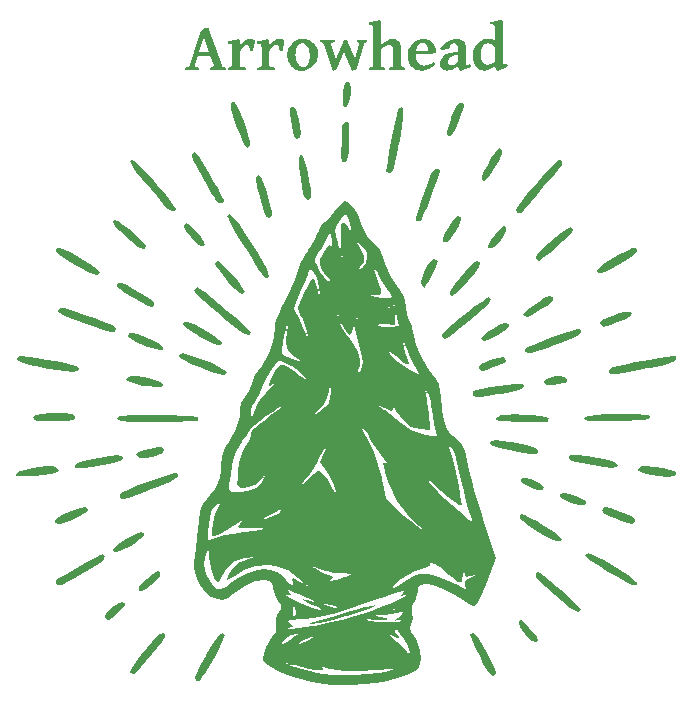
<source format=gbr>
%TF.GenerationSoftware,KiCad,Pcbnew,8.0.5*%
%TF.CreationDate,2024-09-20T18:28:29+02:00*%
%TF.ProjectId,Arrowhead,4172726f-7768-4656-9164-2e6b69636164,rev?*%
%TF.SameCoordinates,Original*%
%TF.FileFunction,Legend,Top*%
%TF.FilePolarity,Positive*%
%FSLAX46Y46*%
G04 Gerber Fmt 4.6, Leading zero omitted, Abs format (unit mm)*
G04 Created by KiCad (PCBNEW 8.0.5) date 2024-09-20 18:28:29*
%MOMM*%
%LPD*%
G01*
G04 APERTURE LIST*
%ADD10C,0.600000*%
%ADD11C,0.000000*%
G04 APERTURE END LIST*
D10*
G36*
X170447157Y-46515892D02*
G01*
X170482328Y-46584280D01*
X170542900Y-46637036D01*
X170640597Y-46675138D01*
X170788120Y-46702493D01*
X170788120Y-46903750D01*
X169422314Y-46903750D01*
X169422314Y-46702493D01*
X169619120Y-46677661D01*
X169711497Y-46646806D01*
X169757415Y-46513938D01*
X169477024Y-45715752D01*
X168386724Y-45715752D01*
X168122942Y-46513938D01*
X168189376Y-46638990D01*
X168381557Y-46685377D01*
X168509822Y-46702493D01*
X168509822Y-46903750D01*
X167309125Y-46903750D01*
X167309125Y-46702493D01*
X167500405Y-46662359D01*
X167596354Y-46634105D01*
X167724337Y-46515892D01*
X168087608Y-45403121D01*
X168496145Y-45403121D01*
X169361741Y-45403121D01*
X168908427Y-44125243D01*
X168496145Y-45403121D01*
X168087608Y-45403121D01*
X168682746Y-43580093D01*
X168824407Y-43478488D01*
X168980723Y-43394468D01*
X169141923Y-43329011D01*
X169293353Y-43277232D01*
X170447157Y-46515892D01*
G37*
G36*
X173230548Y-44396841D02*
G01*
X173247157Y-44466206D01*
X173234456Y-44607867D01*
X173200262Y-44795445D01*
X173156527Y-44986184D01*
X173153367Y-44998655D01*
X173101588Y-45182326D01*
X173051762Y-45317148D01*
X172851483Y-45317148D01*
X172821258Y-45120456D01*
X172818266Y-45108076D01*
X172756717Y-44936129D01*
X172665859Y-44820846D01*
X172546668Y-44777860D01*
X172426501Y-44798376D01*
X172290702Y-44878488D01*
X172155819Y-45026457D01*
X172141225Y-45046527D01*
X172036539Y-45221277D01*
X171980025Y-45337664D01*
X171980025Y-46536408D01*
X172094330Y-46621405D01*
X172293312Y-46674070D01*
X172466556Y-46703470D01*
X172466556Y-46903750D01*
X170958113Y-46903750D01*
X170958113Y-46704447D01*
X171149252Y-46652870D01*
X171317383Y-46553296D01*
X171320569Y-46537385D01*
X171320569Y-45087560D01*
X171314707Y-44935152D01*
X171301030Y-44835501D01*
X171280513Y-44775906D01*
X171258043Y-44739758D01*
X171217987Y-44708495D01*
X171165231Y-44687978D01*
X171084142Y-44676255D01*
X170958113Y-44666485D01*
X170958113Y-44474999D01*
X171155101Y-44444716D01*
X171220918Y-44433966D01*
X171416007Y-44395612D01*
X171428036Y-44392933D01*
X171615614Y-44343107D01*
X171802291Y-44284700D01*
X171823709Y-44277650D01*
X171938992Y-44392933D01*
X171975140Y-44789583D01*
X172102485Y-44631541D01*
X172142202Y-44590281D01*
X172295903Y-44458643D01*
X172341504Y-44427127D01*
X172519412Y-44333460D01*
X172562300Y-44317706D01*
X172759879Y-44278628D01*
X172796773Y-44277650D01*
X172993300Y-44303326D01*
X173014637Y-44308913D01*
X173198486Y-44379753D01*
X173230548Y-44396841D01*
G37*
G36*
X175715963Y-44396841D02*
G01*
X175732572Y-44466206D01*
X175719871Y-44607867D01*
X175685677Y-44795445D01*
X175641942Y-44986184D01*
X175638783Y-44998655D01*
X175587003Y-45182326D01*
X175537178Y-45317148D01*
X175336898Y-45317148D01*
X175306673Y-45120456D01*
X175303681Y-45108076D01*
X175242132Y-44936129D01*
X175151274Y-44820846D01*
X175032083Y-44777860D01*
X174911916Y-44798376D01*
X174776117Y-44878488D01*
X174641235Y-45026457D01*
X174626640Y-45046527D01*
X174521954Y-45221277D01*
X174465440Y-45337664D01*
X174465440Y-46536408D01*
X174579746Y-46621405D01*
X174778727Y-46674070D01*
X174951972Y-46703470D01*
X174951972Y-46903750D01*
X173443528Y-46903750D01*
X173443528Y-46704447D01*
X173634667Y-46652870D01*
X173802799Y-46553296D01*
X173805984Y-46537385D01*
X173805984Y-45087560D01*
X173800122Y-44935152D01*
X173786445Y-44835501D01*
X173765928Y-44775906D01*
X173743458Y-44739758D01*
X173703402Y-44708495D01*
X173650646Y-44687978D01*
X173569557Y-44676255D01*
X173443528Y-44666485D01*
X173443528Y-44474999D01*
X173640516Y-44444716D01*
X173706333Y-44433966D01*
X173901422Y-44395612D01*
X173913451Y-44392933D01*
X174101030Y-44343107D01*
X174287707Y-44284700D01*
X174309125Y-44277650D01*
X174424407Y-44392933D01*
X174460555Y-44789583D01*
X174587900Y-44631541D01*
X174627617Y-44590281D01*
X174781318Y-44458643D01*
X174826919Y-44427127D01*
X175004827Y-44333460D01*
X175047715Y-44317706D01*
X175245294Y-44278628D01*
X175282188Y-44277650D01*
X175478715Y-44303326D01*
X175500053Y-44308913D01*
X175683902Y-44379753D01*
X175715963Y-44396841D01*
G37*
G36*
X177533909Y-44291389D02*
G01*
X177737404Y-44337280D01*
X177839899Y-44375348D01*
X178015475Y-44467142D01*
X178180034Y-44593766D01*
X178232642Y-44645969D01*
X178361671Y-44808764D01*
X178455362Y-44982033D01*
X178484700Y-45054343D01*
X178541630Y-45253050D01*
X178568420Y-45448208D01*
X178572628Y-45567253D01*
X178556863Y-45770001D01*
X178522802Y-45923847D01*
X178454864Y-46112822D01*
X178384072Y-46252110D01*
X178272926Y-46418656D01*
X178171092Y-46538362D01*
X178023951Y-46675302D01*
X177897540Y-46765997D01*
X177722269Y-46859316D01*
X177576117Y-46913519D01*
X177380375Y-46956178D01*
X177223430Y-46966276D01*
X177018358Y-46952537D01*
X176812940Y-46906646D01*
X176709543Y-46868579D01*
X176533496Y-46777107D01*
X176369151Y-46651551D01*
X176316801Y-46599911D01*
X176188733Y-46437784D01*
X176094595Y-46264800D01*
X176064742Y-46192514D01*
X176007180Y-45993645D01*
X175980092Y-45798053D01*
X175975838Y-45678627D01*
X175979137Y-45631733D01*
X176670464Y-45631733D01*
X176683165Y-45838118D01*
X176721267Y-46031314D01*
X176785171Y-46216068D01*
X176858043Y-46356646D01*
X176983946Y-46512622D01*
X177059299Y-46574510D01*
X177245057Y-46649858D01*
X177299634Y-46653645D01*
X177500337Y-46624553D01*
X177574163Y-46592096D01*
X177721019Y-46459813D01*
X177752949Y-46410379D01*
X177828931Y-46221095D01*
X177850646Y-46118265D01*
X177873515Y-45919919D01*
X177879955Y-45720637D01*
X177869866Y-45525262D01*
X177836862Y-45326326D01*
X177834037Y-45314217D01*
X177775534Y-45121646D01*
X177706054Y-44973254D01*
X177589733Y-44812893D01*
X177506752Y-44739758D01*
X177327516Y-44659685D01*
X177250785Y-44652807D01*
X177051632Y-44684784D01*
X176967464Y-44727057D01*
X176824765Y-44870855D01*
X176788678Y-44933198D01*
X176718734Y-45126060D01*
X176695866Y-45243875D01*
X176676046Y-45442869D01*
X176670464Y-45631733D01*
X175979137Y-45631733D01*
X175989851Y-45479463D01*
X176031891Y-45284969D01*
X176075489Y-45157902D01*
X176162088Y-44976231D01*
X176270944Y-44810771D01*
X176355880Y-44709472D01*
X176500914Y-44573780D01*
X176664908Y-44459795D01*
X176784770Y-44395864D01*
X176978348Y-44323828D01*
X177185389Y-44285039D01*
X177330897Y-44277650D01*
X177533909Y-44291389D01*
G37*
G36*
X182733549Y-44539479D02*
G01*
X182608496Y-44576604D01*
X182530339Y-44612752D01*
X182484421Y-44653784D01*
X182459020Y-44709472D01*
X181851344Y-46723010D01*
X181783933Y-46825592D01*
X181671581Y-46896911D01*
X181550436Y-46941851D01*
X181455670Y-46966276D01*
X180755182Y-45368927D01*
X180197331Y-46723010D01*
X180126012Y-46828523D01*
X180018545Y-46899842D01*
X179903263Y-46942828D01*
X179810450Y-46966276D01*
X179070883Y-44709472D01*
X178981002Y-44615683D01*
X178797009Y-44545295D01*
X178771930Y-44539479D01*
X178771930Y-44340177D01*
X180016591Y-44340177D01*
X180016591Y-44539479D01*
X179831944Y-44571719D01*
X179737178Y-44612752D01*
X179706891Y-44660623D01*
X179713730Y-44709472D01*
X180126012Y-46001028D01*
X180782537Y-44340177D01*
X180994540Y-44340177D01*
X181684282Y-46001028D01*
X182079955Y-44709472D01*
X182088748Y-44654761D01*
X182064323Y-44609821D01*
X181987143Y-44572696D01*
X181840597Y-44539479D01*
X181840597Y-44340177D01*
X182733549Y-44340177D01*
X182733549Y-44539479D01*
G37*
G36*
X184571232Y-46903750D02*
G01*
X184571232Y-46704447D01*
X184764941Y-46647781D01*
X184850646Y-46614566D01*
X184933688Y-46537385D01*
X184933688Y-45337664D01*
X184924915Y-45137004D01*
X184915126Y-45064112D01*
X184860415Y-44893142D01*
X184763695Y-44804238D01*
X184623011Y-44777860D01*
X184430462Y-44812646D01*
X184294749Y-44876534D01*
X184124490Y-44987016D01*
X183957831Y-45113327D01*
X183902984Y-45157902D01*
X183902984Y-46537385D01*
X183996773Y-46622382D01*
X184184718Y-46685030D01*
X184268371Y-46704447D01*
X184268371Y-46903750D01*
X182881071Y-46903750D01*
X182881071Y-46703470D01*
X183072344Y-46648668D01*
X183152670Y-46619451D01*
X183243528Y-46536408D01*
X183243528Y-43425731D01*
X183236689Y-43245969D01*
X183195656Y-43146318D01*
X183087212Y-43095515D01*
X182889258Y-43064312D01*
X182881071Y-43063275D01*
X182881071Y-42871789D01*
X183077198Y-42841354D01*
X183156577Y-42827825D01*
X183350396Y-42787820D01*
X183383235Y-42779953D01*
X183571512Y-42727059D01*
X183583514Y-42723289D01*
X183769158Y-42657057D01*
X183781839Y-42651970D01*
X183902984Y-42765299D01*
X183902984Y-44767113D01*
X184058322Y-44646640D01*
X184227239Y-44532566D01*
X184407673Y-44432465D01*
X184495028Y-44392933D01*
X184693598Y-44322683D01*
X184888870Y-44283167D01*
X184985468Y-44277650D01*
X185185610Y-44306074D01*
X185213102Y-44314775D01*
X185386102Y-44414900D01*
X185407519Y-44434943D01*
X185518526Y-44596301D01*
X185542342Y-44652807D01*
X185587141Y-44853303D01*
X185593144Y-44978139D01*
X185593144Y-46537385D01*
X185609753Y-46574510D01*
X185667394Y-46611635D01*
X185779746Y-46653645D01*
X185958531Y-46704447D01*
X185958531Y-46903750D01*
X184571232Y-46903750D01*
G37*
G36*
X187710116Y-44292646D02*
G01*
X187905984Y-44342334D01*
X187969138Y-44368509D01*
X188148168Y-44474266D01*
X188292516Y-44609821D01*
X188403891Y-44772242D01*
X188482048Y-44958599D01*
X188528943Y-45160588D01*
X188544514Y-45358382D01*
X188544575Y-45371858D01*
X188473256Y-45430477D01*
X188371651Y-45492026D01*
X188260276Y-45548690D01*
X188159648Y-45590700D01*
X186860276Y-45590700D01*
X186876640Y-45786827D01*
X186914009Y-45966834D01*
X186984978Y-46154489D01*
X187049808Y-46263833D01*
X187188256Y-46409921D01*
X187262788Y-46459228D01*
X187452282Y-46521819D01*
X187550018Y-46528592D01*
X187717080Y-46518823D01*
X187892935Y-46473882D01*
X188076727Y-46388931D01*
X188105914Y-46373254D01*
X188280003Y-46268007D01*
X188386305Y-46196422D01*
X188425384Y-46229639D01*
X188469348Y-46283373D01*
X188506473Y-46336129D01*
X188528943Y-46372277D01*
X188381236Y-46514489D01*
X188226433Y-46647325D01*
X188187980Y-46677092D01*
X188021639Y-46789921D01*
X187897820Y-46855878D01*
X187707528Y-46924262D01*
X187621337Y-46942828D01*
X187419878Y-46963986D01*
X187319452Y-46966276D01*
X187120192Y-46948698D01*
X186931030Y-46895964D01*
X186878838Y-46874440D01*
X186707521Y-46778831D01*
X186556026Y-46654423D01*
X186516382Y-46613589D01*
X186392803Y-46452984D01*
X186293907Y-46266947D01*
X186270185Y-46209123D01*
X186211358Y-46008480D01*
X186183675Y-45808102D01*
X186179327Y-45684489D01*
X186190532Y-45483098D01*
X186216956Y-45340595D01*
X186869069Y-45340595D01*
X187783514Y-45340595D01*
X187867533Y-45319102D01*
X187888050Y-45237036D01*
X187865579Y-45039688D01*
X187801038Y-44853758D01*
X187787422Y-44828662D01*
X187660797Y-44677461D01*
X187637945Y-44659646D01*
X187447244Y-44591975D01*
X187404449Y-44590281D01*
X187211867Y-44627144D01*
X187181700Y-44642061D01*
X187036746Y-44774425D01*
X187024407Y-44792514D01*
X186940353Y-44970211D01*
X186922802Y-45028941D01*
X186882911Y-45225751D01*
X186869069Y-45340595D01*
X186216956Y-45340595D01*
X186229268Y-45274194D01*
X186295671Y-45080937D01*
X186320988Y-45026010D01*
X186423264Y-44853571D01*
X186553018Y-44697733D01*
X186710250Y-44558495D01*
X186744993Y-44532640D01*
X186905217Y-44433966D01*
X187086697Y-44354968D01*
X187092795Y-44352877D01*
X187281129Y-44300785D01*
X187294051Y-44298167D01*
X187490056Y-44277731D01*
X187503123Y-44277650D01*
X187710116Y-44292646D01*
G37*
G36*
X190545572Y-44293416D02*
G01*
X190675349Y-44327476D01*
X190854501Y-44423280D01*
X190902007Y-44465229D01*
X191017751Y-44630337D01*
X191035852Y-44674301D01*
X191077068Y-44865543D01*
X191079815Y-44934175D01*
X191079815Y-46253087D01*
X191110101Y-46417218D01*
X191190213Y-46466066D01*
X191229292Y-46463135D01*
X191279118Y-46452389D01*
X191346529Y-46428941D01*
X191440318Y-46391816D01*
X191500890Y-46592096D01*
X191329225Y-46698106D01*
X191259578Y-46737664D01*
X191079693Y-46830904D01*
X191023151Y-46857832D01*
X190837332Y-46931457D01*
X190819941Y-46936967D01*
X190678280Y-46966276D01*
X190510760Y-46862670D01*
X190506333Y-46855878D01*
X190437277Y-46662983D01*
X190423291Y-46548132D01*
X190267815Y-46681015D01*
X190174163Y-46746457D01*
X189999337Y-46845467D01*
X189932851Y-46875417D01*
X189742923Y-46937679D01*
X189709125Y-46944782D01*
X189513730Y-46966276D01*
X189314978Y-46936356D01*
X189287073Y-46927197D01*
X189114429Y-46834821D01*
X189085817Y-46811914D01*
X188960134Y-46653851D01*
X188942202Y-46618474D01*
X188890911Y-46420637D01*
X188887492Y-46344922D01*
X188905816Y-46192514D01*
X189585049Y-46192514D01*
X189610450Y-46345899D01*
X189676884Y-46442619D01*
X189760904Y-46491468D01*
X189841016Y-46505145D01*
X189950436Y-46493422D01*
X190078420Y-46449458D01*
X190231804Y-46361530D01*
X190388193Y-46243653D01*
X190420360Y-46216939D01*
X190420360Y-45609262D01*
X190226376Y-45644745D01*
X190142900Y-45662996D01*
X189953367Y-45716729D01*
X189828315Y-45774371D01*
X189744295Y-45840805D01*
X189629013Y-45994189D01*
X189585092Y-46185281D01*
X189585049Y-46192514D01*
X188905816Y-46192514D01*
X188911257Y-46147261D01*
X188954903Y-46034245D01*
X189063755Y-45871659D01*
X189123919Y-45806611D01*
X189275349Y-45681558D01*
X189454696Y-45586353D01*
X189506891Y-45565299D01*
X189692741Y-45502788D01*
X189869348Y-45455878D01*
X190065860Y-45413819D01*
X190261358Y-45379491D01*
X190420360Y-45355250D01*
X190420360Y-45037734D01*
X190403751Y-44882396D01*
X190346110Y-44760274D01*
X190235712Y-44681140D01*
X190063765Y-44652807D01*
X189930897Y-44677232D01*
X189815614Y-44747574D01*
X189737457Y-44856994D01*
X189716940Y-45004517D01*
X189672977Y-45045550D01*
X189554763Y-45096352D01*
X189396494Y-45149109D01*
X189230409Y-45193073D01*
X189087771Y-45220428D01*
X189002774Y-45224336D01*
X188945133Y-45075836D01*
X189042883Y-44897508D01*
X189152251Y-44769067D01*
X189305880Y-44634489D01*
X189471645Y-44522963D01*
X189483444Y-44516031D01*
X189668644Y-44422136D01*
X189855055Y-44353481D01*
X189896703Y-44341154D01*
X190093879Y-44297743D01*
X190292178Y-44278643D01*
X190349041Y-44277650D01*
X190545572Y-44293416D01*
G37*
G36*
X194209055Y-42752598D02*
G01*
X194209055Y-46067462D01*
X194212963Y-46228662D01*
X194224686Y-46335152D01*
X194243249Y-46398655D01*
X194272558Y-46430895D01*
X194307729Y-46443596D01*
X194358531Y-46443596D01*
X194438643Y-46423080D01*
X194560764Y-46373254D01*
X194637945Y-46573533D01*
X194470849Y-46678339D01*
X194381979Y-46728872D01*
X194205683Y-46822308D01*
X194141644Y-46853924D01*
X193961441Y-46930288D01*
X193945272Y-46935990D01*
X193822174Y-46966276D01*
X193659753Y-46850993D01*
X193594704Y-46661857D01*
X193569138Y-46505145D01*
X193426367Y-46639397D01*
X193336619Y-46716171D01*
X193174141Y-46832950D01*
X193129501Y-46858809D01*
X192947205Y-46932860D01*
X192920429Y-46939897D01*
X192726122Y-46965632D01*
X192686933Y-46966276D01*
X192492610Y-46941460D01*
X192322523Y-46878348D01*
X192152041Y-46770393D01*
X192009074Y-46634581D01*
X192000122Y-46624336D01*
X191885786Y-46465173D01*
X191792394Y-46278335D01*
X191769557Y-46219870D01*
X191715976Y-46031558D01*
X191687125Y-45825662D01*
X191681630Y-45678627D01*
X191690507Y-45548690D01*
X192341085Y-45548690D01*
X192354763Y-45753854D01*
X192395796Y-45935571D01*
X192472475Y-46118368D01*
X192538434Y-46222800D01*
X192677447Y-46363964D01*
X192738713Y-46403540D01*
X192929259Y-46464540D01*
X192964393Y-46466066D01*
X193165222Y-46430972D01*
X193251623Y-46391816D01*
X193422183Y-46277342D01*
X193549599Y-46170044D01*
X193549599Y-44984001D01*
X193423135Y-44829303D01*
X193303402Y-44739758D01*
X193116291Y-44667158D01*
X192973186Y-44652807D01*
X192779196Y-44681933D01*
X192720150Y-44704587D01*
X192559103Y-44821270D01*
X192520848Y-44866764D01*
X192422407Y-45044924D01*
X192388957Y-45144224D01*
X192351604Y-45342066D01*
X192341085Y-45548690D01*
X191690507Y-45548690D01*
X191695368Y-45477539D01*
X191736584Y-45281672D01*
X191779327Y-45153994D01*
X191863728Y-44971865D01*
X191970386Y-44806497D01*
X192053856Y-44705564D01*
X192196234Y-44570742D01*
X192358121Y-44457902D01*
X192476884Y-44394887D01*
X192668264Y-44323446D01*
X192873107Y-44284978D01*
X193017150Y-44277650D01*
X193217457Y-44296732D01*
X193273116Y-44308913D01*
X193458790Y-44386995D01*
X193549599Y-44445689D01*
X193549599Y-43498027D01*
X193547214Y-43298053D01*
X193545691Y-43255738D01*
X193507589Y-43117985D01*
X193396215Y-43051551D01*
X193200158Y-43024326D01*
X193173465Y-43022242D01*
X193173465Y-42831733D01*
X193374084Y-42808487D01*
X193577141Y-42777598D01*
X193718615Y-42750644D01*
X193912212Y-42706272D01*
X194104519Y-42651970D01*
X194209055Y-42752598D01*
G37*
D11*
%TO.C,G\u002A\u002A\u002A*%
G36*
X199492460Y-72906360D02*
G01*
X199687005Y-73085398D01*
X199623069Y-73288095D01*
X199371998Y-73411270D01*
X198515805Y-73598811D01*
X197959105Y-73609537D01*
X197701985Y-73443449D01*
X197699274Y-73436712D01*
X197757579Y-73180924D01*
X198097306Y-72976661D01*
X198652661Y-72852891D01*
X199078872Y-72829281D01*
X199492460Y-72906360D01*
G37*
G36*
X162223797Y-92026989D02*
G01*
X162212100Y-92220559D01*
X161924248Y-92571981D01*
X161575949Y-92902873D01*
X161124863Y-93299709D01*
X160858893Y-93482408D01*
X160709313Y-93474795D01*
X160607391Y-93300699D01*
X160585948Y-93246097D01*
X160643180Y-92968981D01*
X160912956Y-92616280D01*
X161300455Y-92275487D01*
X161710859Y-92034093D01*
X161967889Y-91970947D01*
X162223797Y-92026989D01*
G37*
G36*
X190648184Y-59342234D02*
G01*
X190677139Y-59610883D01*
X190485425Y-60096983D01*
X190239264Y-60545508D01*
X189827702Y-61171789D01*
X189506543Y-61478115D01*
X189260524Y-61476043D01*
X189160548Y-61362364D01*
X189188622Y-61132246D01*
X189366350Y-60722274D01*
X189635216Y-60231398D01*
X189936703Y-59758568D01*
X190212297Y-59402733D01*
X190402142Y-59262848D01*
X190648184Y-59342234D01*
G37*
G36*
X194416978Y-71310709D02*
G01*
X194457272Y-71518782D01*
X194306968Y-71679247D01*
X193928170Y-71886011D01*
X193429051Y-72097501D01*
X192917784Y-72272143D01*
X192502541Y-72368364D01*
X192295762Y-72349506D01*
X192196340Y-72094615D01*
X192416745Y-71833149D01*
X192968632Y-71553569D01*
X193183215Y-71470814D01*
X193833829Y-71256688D01*
X194227435Y-71202655D01*
X194416978Y-71310709D01*
G37*
G36*
X194516846Y-60241492D02*
G01*
X194495813Y-60560173D01*
X194226433Y-61058394D01*
X194080584Y-61261977D01*
X193628746Y-61792601D01*
X193292115Y-62018547D01*
X193045464Y-61953484D01*
X192973909Y-61861570D01*
X193019408Y-61650454D01*
X193232587Y-61282403D01*
X193541385Y-60852654D01*
X193873740Y-60456443D01*
X194157591Y-60189004D01*
X194284680Y-60129281D01*
X194516846Y-60241492D01*
G37*
G36*
X195852125Y-93502020D02*
G01*
X196147110Y-93767356D01*
X196478872Y-94121438D01*
X196865137Y-94580320D01*
X197121917Y-94953721D01*
X197192963Y-95154400D01*
X197016211Y-95373078D01*
X196722959Y-95289261D01*
X196300650Y-94897374D01*
X196109131Y-94673129D01*
X195703489Y-94107317D01*
X195562383Y-93713485D01*
X195583153Y-93577462D01*
X195682163Y-93449668D01*
X195852125Y-93502020D01*
G37*
G36*
X196187876Y-81437939D02*
G01*
X196625821Y-81563443D01*
X197097485Y-81762416D01*
X197495468Y-81986643D01*
X197712369Y-82187911D01*
X197722874Y-82256449D01*
X197587779Y-82454159D01*
X197320301Y-82489818D01*
X196848402Y-82363481D01*
X196559313Y-82257302D01*
X196010381Y-81992739D01*
X195730066Y-81737439D01*
X195744544Y-81523645D01*
X195891050Y-81434116D01*
X196187876Y-81437939D01*
G37*
G36*
X199517909Y-82687643D02*
G01*
X199953257Y-82777344D01*
X200461146Y-82964670D01*
X200928501Y-83196556D01*
X201242252Y-83419938D01*
X201309825Y-83528596D01*
X201189212Y-83697331D01*
X200818533Y-83725064D01*
X200264696Y-83614299D01*
X199850423Y-83473980D01*
X199361533Y-83225832D01*
X199101399Y-82977480D01*
X199091836Y-82780506D01*
X199354656Y-82686495D01*
X199517909Y-82687643D01*
G37*
G36*
X165214439Y-89451814D02*
G01*
X165175245Y-89709349D01*
X164893085Y-90087478D01*
X164472574Y-90475853D01*
X163991682Y-90859467D01*
X163702174Y-91044130D01*
X163531397Y-91057506D01*
X163406704Y-90927256D01*
X163383456Y-90890545D01*
X163435436Y-90679923D01*
X163688305Y-90346958D01*
X164059208Y-89970690D01*
X164465292Y-89630163D01*
X164823702Y-89404419D01*
X164991291Y-89356678D01*
X165214439Y-89451814D01*
G37*
G36*
X165391843Y-78860321D02*
G01*
X165556800Y-78977744D01*
X165577820Y-79096441D01*
X165422030Y-79299385D01*
X165027169Y-79487423D01*
X164502002Y-79636932D01*
X163955296Y-79724294D01*
X163495815Y-79725888D01*
X163232325Y-79618093D01*
X163224980Y-79607400D01*
X163181063Y-79393865D01*
X163375280Y-79221488D01*
X163848184Y-79067087D01*
X164359791Y-78958603D01*
X165012696Y-78856188D01*
X165391843Y-78860321D01*
G37*
G36*
X181327296Y-48133189D02*
G01*
X181388197Y-48432057D01*
X181364405Y-48890740D01*
X181278197Y-49389567D01*
X181151847Y-49808870D01*
X181007632Y-50028979D01*
X180972568Y-50038870D01*
X180721973Y-49929523D01*
X180684441Y-49865937D01*
X180662051Y-49602705D01*
X180669834Y-49125607D01*
X180686734Y-48822101D01*
X180781771Y-48258866D01*
X180952534Y-47959001D01*
X181169619Y-47954130D01*
X181327296Y-48133189D01*
G37*
G36*
X194784937Y-68380972D02*
G01*
X194761170Y-68584583D01*
X194472532Y-68884837D01*
X193940914Y-69249742D01*
X193832715Y-69313170D01*
X193128495Y-69685701D01*
X192668807Y-69847219D01*
X192426086Y-69803572D01*
X192369601Y-69623556D01*
X192512015Y-69416896D01*
X192874570Y-69126562D01*
X193360238Y-68811952D01*
X193871992Y-68532460D01*
X194312801Y-68347483D01*
X194521943Y-68305993D01*
X194784937Y-68380972D01*
G37*
G36*
X159036306Y-83963383D02*
G01*
X159093417Y-84188958D01*
X158839095Y-84454222D01*
X158261523Y-84768649D01*
X157769347Y-84979051D01*
X157083145Y-85234299D01*
X156643043Y-85339213D01*
X156386032Y-85303201D01*
X156282469Y-85201048D01*
X156273468Y-85028936D01*
X156479666Y-84831577D01*
X156939491Y-84583626D01*
X157691374Y-84259736D01*
X157738968Y-84240428D01*
X158458190Y-83984392D01*
X158897248Y-83913552D01*
X159036306Y-83963383D01*
G37*
G36*
X163259754Y-72834968D02*
G01*
X163863505Y-72924144D01*
X164483285Y-73060881D01*
X165023568Y-73224795D01*
X165388830Y-73395503D01*
X165490834Y-73522789D01*
X165438252Y-73703341D01*
X165243004Y-73789998D01*
X164848838Y-73786039D01*
X164199503Y-73694744D01*
X163787435Y-73622099D01*
X162980213Y-73445024D01*
X162506383Y-73265591D01*
X162351443Y-73075562D01*
X162482433Y-72880834D01*
X162767555Y-72813736D01*
X163259754Y-72834968D01*
G37*
G36*
X163839648Y-86128950D02*
G01*
X163806847Y-86337803D01*
X163525383Y-86641155D01*
X163023359Y-87002405D01*
X162734047Y-87173506D01*
X162021449Y-87552066D01*
X161560194Y-87741991D01*
X161314420Y-87751063D01*
X161248264Y-87587065D01*
X161260305Y-87493325D01*
X161432093Y-87272515D01*
X161822346Y-86964367D01*
X162334227Y-86628680D01*
X162870896Y-86325253D01*
X163335516Y-86113884D01*
X163595688Y-86051199D01*
X163839648Y-86128950D01*
G37*
G36*
X167622869Y-59970042D02*
G01*
X167969566Y-60245403D01*
X168353331Y-60639675D01*
X168699025Y-61067859D01*
X168931507Y-61444954D01*
X168975640Y-61685960D01*
X168972806Y-61690958D01*
X168756694Y-61852999D01*
X168455933Y-61737140D01*
X168043005Y-61328515D01*
X167839464Y-61078741D01*
X167434715Y-60547932D01*
X167229037Y-60221167D01*
X167198374Y-60035509D01*
X167318668Y-59928018D01*
X167388379Y-59898594D01*
X167622869Y-59970042D01*
G37*
G36*
X194174895Y-53641522D02*
G01*
X194162731Y-54002597D01*
X193914935Y-54588765D01*
X193584410Y-55155382D01*
X193164712Y-55792389D01*
X192870891Y-56156045D01*
X192664063Y-56279463D01*
X192505347Y-56195756D01*
X192451713Y-56120024D01*
X192483850Y-55897385D01*
X192662840Y-55477453D01*
X192937569Y-54949070D01*
X193256921Y-54401080D01*
X193569781Y-53922326D01*
X193825034Y-53601650D01*
X193948584Y-53518322D01*
X194174895Y-53641522D01*
G37*
G36*
X207025056Y-80517429D02*
G01*
X207856488Y-80639599D01*
X208400780Y-80740932D01*
X208716547Y-80839554D01*
X208862407Y-80953592D01*
X208896998Y-81096294D01*
X208734323Y-81274521D01*
X208250032Y-81334248D01*
X207449734Y-81275269D01*
X206774581Y-81175177D01*
X206112335Y-81041027D01*
X205757641Y-80902760D01*
X205670626Y-80737223D01*
X205755307Y-80583333D01*
X205966755Y-80467955D01*
X206375219Y-80448451D01*
X207025056Y-80517429D01*
G37*
G36*
X163346658Y-69290663D02*
G01*
X163926973Y-69493457D01*
X164523203Y-69745505D01*
X165042949Y-70008438D01*
X165393814Y-70243885D01*
X165490834Y-70385390D01*
X165436538Y-70589257D01*
X165239474Y-70653428D01*
X164848382Y-70573277D01*
X164212001Y-70344176D01*
X163972017Y-70248311D01*
X163166690Y-69898165D01*
X162675747Y-69621796D01*
X162477608Y-69402460D01*
X162550694Y-69223413D01*
X162603362Y-69186316D01*
X162874655Y-69175492D01*
X163346658Y-69290663D01*
G37*
G36*
X170382311Y-63214491D02*
G01*
X170733491Y-63547364D01*
X171161972Y-64010205D01*
X171603415Y-64527784D01*
X171993484Y-65024873D01*
X172267840Y-65426239D01*
X172362752Y-65647543D01*
X172271171Y-65866128D01*
X172004891Y-65799889D01*
X171576603Y-65457175D01*
X170999002Y-64846334D01*
X170811011Y-64626921D01*
X170272261Y-63957634D01*
X169970132Y-63500634D01*
X169891992Y-63225436D01*
X170025207Y-63101554D01*
X170172770Y-63086815D01*
X170382311Y-63214491D01*
G37*
G36*
X176584598Y-50074767D02*
G01*
X176707663Y-50224492D01*
X176818619Y-50551100D01*
X176941569Y-51117643D01*
X177039585Y-51645813D01*
X177108364Y-52218186D01*
X177050157Y-52548639D01*
X176962267Y-52657388D01*
X176737759Y-52728198D01*
X176562822Y-52520691D01*
X176450904Y-52178627D01*
X176338507Y-51624047D01*
X176267260Y-51117678D01*
X176211801Y-50521154D01*
X176223744Y-50193006D01*
X176314072Y-50058269D01*
X176425322Y-50038870D01*
X176584598Y-50074767D01*
G37*
G36*
X188660779Y-62992274D02*
G01*
X188716176Y-63091776D01*
X188645819Y-63315596D01*
X188466646Y-63729248D01*
X188226500Y-64235639D01*
X187973229Y-64737672D01*
X187754679Y-65138253D01*
X187618693Y-65340285D01*
X187604152Y-65348459D01*
X187456276Y-65233524D01*
X187366507Y-65130993D01*
X187321592Y-64836419D01*
X187431678Y-64370003D01*
X187647487Y-63838510D01*
X187919738Y-63348706D01*
X188199150Y-63007357D01*
X188390352Y-62912843D01*
X188660779Y-62992274D01*
G37*
G36*
X192287392Y-63132144D02*
G01*
X192335367Y-63287450D01*
X192192904Y-63592159D01*
X191843835Y-64081527D01*
X191302363Y-64754123D01*
X190659997Y-65483907D01*
X190189856Y-65911767D01*
X189891609Y-66037923D01*
X189764925Y-65862594D01*
X189760012Y-65775847D01*
X189871564Y-65496488D01*
X190163361Y-65057628D01*
X190571113Y-64534147D01*
X191030529Y-64000926D01*
X191477320Y-63532845D01*
X191847196Y-63204784D01*
X192065149Y-63090988D01*
X192287392Y-63132144D01*
G37*
G36*
X205174628Y-67470921D02*
G01*
X205105850Y-67707066D01*
X204896754Y-67847690D01*
X204468401Y-68055019D01*
X203930961Y-68283757D01*
X203394603Y-68488611D01*
X202969499Y-68624287D01*
X202802744Y-68653939D01*
X202582679Y-68528245D01*
X202546998Y-68479966D01*
X202495234Y-68270099D01*
X202650885Y-68076088D01*
X203057482Y-67867074D01*
X203758555Y-67612196D01*
X203782161Y-67604328D01*
X204492867Y-67408107D01*
X204965852Y-67364324D01*
X205174628Y-67470921D01*
G37*
G36*
X157094072Y-75991639D02*
G01*
X157711866Y-76075483D01*
X158021462Y-76219792D01*
X158040866Y-76429372D01*
X158022033Y-76463255D01*
X157802016Y-76551605D01*
X157331034Y-76613485D01*
X156704670Y-76648362D01*
X156018508Y-76655702D01*
X155368131Y-76634974D01*
X154849123Y-76585646D01*
X154557066Y-76507184D01*
X154530560Y-76482706D01*
X154476349Y-76248070D01*
X154673961Y-76089618D01*
X155152355Y-75998065D01*
X155940492Y-75964125D01*
X156150074Y-75963452D01*
X157094072Y-75991639D01*
G37*
G36*
X161647670Y-59715207D02*
G01*
X162050544Y-59996702D01*
X162549164Y-60388797D01*
X163069066Y-60828441D01*
X163535789Y-61252580D01*
X163874870Y-61598163D01*
X164011845Y-61802137D01*
X164012067Y-61806451D01*
X163943864Y-62053007D01*
X163723293Y-62074102D01*
X163326415Y-61859935D01*
X162729289Y-61400704D01*
X162455857Y-61169341D01*
X161789706Y-60555472D01*
X161372797Y-60080048D01*
X161216823Y-59760616D01*
X161333479Y-59614726D01*
X161415005Y-59607363D01*
X161647670Y-59715207D01*
G37*
G36*
X161953878Y-64958682D02*
G01*
X162380871Y-65141610D01*
X162929591Y-65426434D01*
X163517783Y-65765190D01*
X164063192Y-66109917D01*
X164483562Y-66412652D01*
X164696637Y-66625431D01*
X164707957Y-66661537D01*
X164662640Y-66876976D01*
X164496718Y-66943819D01*
X164165239Y-66851122D01*
X163623249Y-66587940D01*
X163008893Y-66247865D01*
X162246402Y-65789091D01*
X161781593Y-65441490D01*
X161591454Y-65181253D01*
X161652972Y-64984569D01*
X161730869Y-64925612D01*
X161953878Y-64958682D01*
G37*
G36*
X167611761Y-68253695D02*
G01*
X168063164Y-68442970D01*
X168631164Y-68733190D01*
X169234140Y-69077151D01*
X169790468Y-69427648D01*
X170218526Y-69737477D01*
X170436693Y-69959434D01*
X170449053Y-69999869D01*
X170342845Y-70184015D01*
X170013663Y-70164913D01*
X169445670Y-69938020D01*
X168623028Y-69498792D01*
X168543734Y-69453185D01*
X167797422Y-68998855D01*
X167348414Y-68663412D01*
X167175810Y-68424981D01*
X167258714Y-68261687D01*
X167358578Y-68212568D01*
X167611761Y-68253695D01*
G37*
G36*
X177309590Y-54226818D02*
G01*
X177429609Y-54485774D01*
X177572789Y-54984447D01*
X177720681Y-55627394D01*
X177854837Y-56319170D01*
X177956807Y-56964331D01*
X178008144Y-57467433D01*
X177990398Y-57733030D01*
X177988116Y-57737158D01*
X177763751Y-57878934D01*
X177514743Y-57752001D01*
X177343834Y-57411436D01*
X177339065Y-57389212D01*
X177101148Y-56104349D01*
X176968424Y-55131975D01*
X176940935Y-54476416D01*
X177018721Y-54142000D01*
X177201822Y-54133055D01*
X177309590Y-54226818D01*
G37*
G36*
X190839545Y-49697195D02*
G01*
X190934296Y-49757891D01*
X190933671Y-49935846D01*
X190832005Y-50293888D01*
X190623635Y-50894850D01*
X190520330Y-51185807D01*
X190201183Y-51960814D01*
X189916906Y-52389631D01*
X189667496Y-52472262D01*
X189512069Y-52321574D01*
X189523124Y-52095598D01*
X189638693Y-51637838D01*
X189834892Y-51039896D01*
X189874954Y-50929793D01*
X190151320Y-50248018D01*
X190379331Y-49854472D01*
X190590708Y-49698782D01*
X190655082Y-49690925D01*
X190839545Y-49697195D01*
G37*
G36*
X198497641Y-66147128D02*
G01*
X198496823Y-66393617D01*
X198324060Y-66605857D01*
X197965054Y-66870189D01*
X197470727Y-67179973D01*
X196947076Y-67475413D01*
X196500102Y-67696712D01*
X196235802Y-67784075D01*
X196235474Y-67784075D01*
X195971217Y-67656351D01*
X195936960Y-67611592D01*
X196024282Y-67453887D01*
X196331965Y-67181401D01*
X196777423Y-66850497D01*
X197278074Y-66517537D01*
X197751332Y-66238885D01*
X198114612Y-66070902D01*
X198230909Y-66046002D01*
X198497641Y-66147128D01*
G37*
G36*
X156357074Y-80484550D02*
G01*
X156517882Y-80585287D01*
X156647158Y-80768600D01*
X156507906Y-80907115D01*
X156299624Y-80994839D01*
X155864944Y-81111045D01*
X155273736Y-81207117D01*
X154614719Y-81277037D01*
X153976613Y-81314781D01*
X153448136Y-81314331D01*
X153118008Y-81269665D01*
X153051793Y-81215246D01*
X153112938Y-81030655D01*
X153332877Y-80883739D01*
X153766368Y-80754807D01*
X154468167Y-80624163D01*
X154866963Y-80562423D01*
X155600179Y-80464745D01*
X156070817Y-80438426D01*
X156357074Y-80484550D01*
G37*
G36*
X161918954Y-79564685D02*
G01*
X161983637Y-79603865D01*
X162083185Y-79790811D01*
X161953175Y-79955241D01*
X161560810Y-80112727D01*
X160873292Y-80278840D01*
X160345085Y-80381815D01*
X159406222Y-80545521D01*
X158753922Y-80631431D01*
X158336250Y-80642274D01*
X158101267Y-80580775D01*
X158022195Y-80503788D01*
X158009626Y-80325217D01*
X158228215Y-80161083D01*
X158710302Y-79999041D01*
X159488229Y-79826746D01*
X160078637Y-79718831D01*
X160984330Y-79578505D01*
X161586912Y-79527778D01*
X161918954Y-79564685D01*
G37*
G36*
X167587081Y-71010689D02*
G01*
X168204180Y-71207458D01*
X168898083Y-71463628D01*
X169590480Y-71748276D01*
X170203058Y-72030477D01*
X170657509Y-72279307D01*
X170875520Y-72463843D01*
X170883985Y-72493661D01*
X170819480Y-72684214D01*
X170598829Y-72746069D01*
X170181326Y-72672898D01*
X169526266Y-72458378D01*
X168761432Y-72163831D01*
X167857195Y-71786883D01*
X167253177Y-71492627D01*
X166917539Y-71259812D01*
X166818443Y-71067188D01*
X166896539Y-70919055D01*
X167125097Y-70904247D01*
X167587081Y-71010689D01*
G37*
G36*
X173732080Y-56000142D02*
G01*
X173925334Y-56433440D01*
X174146625Y-57024573D01*
X174366495Y-57684006D01*
X174555485Y-58322206D01*
X174684137Y-58849638D01*
X174722993Y-59176766D01*
X174715537Y-59215925D01*
X174510491Y-59419117D01*
X174257020Y-59349828D01*
X174204663Y-59284011D01*
X174113128Y-59059110D01*
X173948824Y-58588475D01*
X173741623Y-57958834D01*
X173659923Y-57702472D01*
X173404801Y-56781984D01*
X173315379Y-56161471D01*
X173391723Y-55842971D01*
X173596321Y-55814215D01*
X173732080Y-56000142D01*
G37*
G36*
X196093855Y-84571310D02*
G01*
X196541450Y-84799080D01*
X197110549Y-85124022D01*
X197729670Y-85501399D01*
X198327330Y-85886479D01*
X198832046Y-86234525D01*
X199172334Y-86500803D01*
X199278123Y-86637521D01*
X199147216Y-86807993D01*
X198888248Y-86825299D01*
X198459424Y-86676464D01*
X197818947Y-86348511D01*
X197200249Y-85992395D01*
X196406598Y-85491930D01*
X195895001Y-85097782D01*
X195682981Y-84823792D01*
X195677989Y-84789897D01*
X195752930Y-84531747D01*
X195839249Y-84485445D01*
X196093855Y-84571310D01*
G37*
G36*
X200180661Y-60348515D02*
G01*
X200198368Y-60477909D01*
X200074760Y-60651321D01*
X199748214Y-60986051D01*
X199285149Y-61423161D01*
X198751984Y-61903714D01*
X198215137Y-62368771D01*
X197741027Y-62759393D01*
X197396072Y-63016643D01*
X197258343Y-63086815D01*
X197067666Y-62948872D01*
X197008055Y-62836557D01*
X197095155Y-62596355D01*
X197461173Y-62175374D01*
X198095262Y-61585456D01*
X198375391Y-61343918D01*
X199134514Y-60729757D01*
X199676833Y-60364647D01*
X200019748Y-60240322D01*
X200180661Y-60348515D01*
G37*
G36*
X203358739Y-84009451D02*
G01*
X203943733Y-84220050D01*
X204641954Y-84487164D01*
X205075848Y-84672735D01*
X205308010Y-84814330D01*
X205401035Y-84949519D01*
X205417546Y-85104617D01*
X205373256Y-85273558D01*
X205203128Y-85327897D01*
X204851281Y-85261241D01*
X204261830Y-85067196D01*
X203884165Y-84929187D01*
X203229561Y-84679887D01*
X202844344Y-84504242D01*
X202670037Y-84359415D01*
X202648162Y-84202571D01*
X202694206Y-84057527D01*
X202788830Y-83930626D01*
X202985710Y-83911397D01*
X203358739Y-84009451D01*
G37*
G36*
X157003257Y-62081374D02*
G01*
X157550064Y-62343949D01*
X158341393Y-62783265D01*
X158435981Y-62837835D01*
X159283781Y-63350459D01*
X159827129Y-63735383D01*
X160079476Y-64006347D01*
X160054270Y-64177089D01*
X159822308Y-64254034D01*
X159571637Y-64187258D01*
X159103090Y-63977949D01*
X158496535Y-63663615D01*
X158143774Y-63465741D01*
X157340927Y-62995136D01*
X156806518Y-62655073D01*
X156502126Y-62412072D01*
X156389329Y-62232652D01*
X156429705Y-62083333D01*
X156484646Y-62019989D01*
X156661332Y-61978926D01*
X157003257Y-62081374D01*
G37*
G36*
X171532173Y-49652733D02*
G01*
X171562451Y-49676464D01*
X171741961Y-49940992D01*
X171975121Y-50438352D01*
X172229961Y-51077828D01*
X172474509Y-51768704D01*
X172676796Y-52420262D01*
X172804850Y-52941786D01*
X172826700Y-53242560D01*
X172823159Y-53253708D01*
X172655787Y-53494971D01*
X172455519Y-53412883D01*
X172214140Y-52999927D01*
X172019265Y-52517980D01*
X171763066Y-51824426D01*
X171505998Y-51131573D01*
X171376731Y-50784813D01*
X171221724Y-50229028D01*
X171202835Y-49814066D01*
X171309755Y-49601458D01*
X171532173Y-49652733D01*
G37*
G36*
X181079144Y-51289329D02*
G01*
X181166409Y-51399023D01*
X181208745Y-51677768D01*
X181215728Y-52186066D01*
X181198330Y-52936894D01*
X181167391Y-53732395D01*
X181121958Y-54243906D01*
X181048974Y-54535377D01*
X180935384Y-54670758D01*
X180837447Y-54704624D01*
X180695675Y-54703479D01*
X180608409Y-54593785D01*
X180566073Y-54315040D01*
X180559091Y-53806742D01*
X180576489Y-53055915D01*
X180607427Y-52260413D01*
X180652861Y-51748902D01*
X180725845Y-51457432D01*
X180839435Y-51322050D01*
X180937371Y-51288185D01*
X181079144Y-51289329D01*
G37*
G36*
X194169279Y-78311228D02*
G01*
X194880621Y-78409982D01*
X195393987Y-78500266D01*
X196231855Y-78672945D01*
X196777494Y-78821678D01*
X197084002Y-78965119D01*
X197204479Y-79121922D01*
X197208051Y-79137532D01*
X197187424Y-79310890D01*
X197013998Y-79401389D01*
X196644470Y-79408610D01*
X196035534Y-79332136D01*
X195143886Y-79171549D01*
X194854699Y-79114835D01*
X193974220Y-78910934D01*
X193394231Y-78711189D01*
X193128181Y-78522869D01*
X193189520Y-78353243D01*
X193322764Y-78286759D01*
X193620362Y-78267099D01*
X194169279Y-78311228D01*
G37*
G36*
X196026266Y-76083036D02*
G01*
X196761599Y-76120782D01*
X197406199Y-76184938D01*
X197880062Y-76272671D01*
X198103186Y-76381148D01*
X198110697Y-76406252D01*
X198036208Y-76643521D01*
X197980218Y-76676334D01*
X197471418Y-76714065D01*
X196668935Y-76723259D01*
X195625891Y-76703492D01*
X195414122Y-76696740D01*
X194530956Y-76655367D01*
X193962768Y-76596217D01*
X193676701Y-76510377D01*
X193639901Y-76388935D01*
X193777687Y-76252815D01*
X194075911Y-76156589D01*
X194603418Y-76098107D01*
X195280205Y-76074533D01*
X196026266Y-76083036D01*
G37*
G36*
X197360239Y-89495703D02*
G01*
X197745853Y-89768753D01*
X198263941Y-90177540D01*
X198854528Y-90670194D01*
X199457639Y-91194847D01*
X200013302Y-91699629D01*
X200461541Y-92132670D01*
X200742382Y-92442101D01*
X200807272Y-92558522D01*
X200713986Y-92759658D01*
X200427674Y-92718044D01*
X199938659Y-92428378D01*
X199237263Y-91885360D01*
X198632615Y-91367414D01*
X197861036Y-90670047D01*
X197345381Y-90155326D01*
X197064659Y-89795220D01*
X196997882Y-89561699D01*
X197124059Y-89426731D01*
X197167074Y-89410260D01*
X197360239Y-89495703D01*
G37*
G36*
X205586170Y-62191199D02*
G01*
X205590371Y-62270713D01*
X205448999Y-62428801D01*
X205078431Y-62701223D01*
X204557571Y-63040636D01*
X203965325Y-63399698D01*
X203380599Y-63731068D01*
X202882298Y-63987403D01*
X202549328Y-64121362D01*
X202490387Y-64130651D01*
X202234927Y-64009095D01*
X202213423Y-63979929D01*
X202216025Y-63816231D01*
X202419264Y-63589529D01*
X202855595Y-63274602D01*
X203557472Y-62846228D01*
X203998243Y-62592896D01*
X204724378Y-62205283D01*
X205206128Y-62014178D01*
X205480917Y-62012008D01*
X205586170Y-62191199D01*
G37*
G36*
X154068858Y-71207550D02*
G01*
X154770135Y-71302496D01*
X155566821Y-71428468D01*
X156377246Y-71571819D01*
X157119739Y-71718897D01*
X157712631Y-71856055D01*
X158063315Y-71964899D01*
X158326848Y-72150080D01*
X158357500Y-72308103D01*
X158188669Y-72417964D01*
X157836832Y-72454969D01*
X157264452Y-72416357D01*
X156433989Y-72299365D01*
X155307904Y-72101231D01*
X155153573Y-72072332D01*
X154133926Y-71854630D01*
X153445646Y-71648537D01*
X153093062Y-71456145D01*
X153080497Y-71279547D01*
X153279212Y-71165338D01*
X153544660Y-71157281D01*
X154068858Y-71207550D01*
G37*
G36*
X191924333Y-94720488D02*
G01*
X192195409Y-95102920D01*
X192529558Y-95645959D01*
X192884417Y-96272412D01*
X193217624Y-96905087D01*
X193486815Y-97466789D01*
X193649626Y-97880326D01*
X193671113Y-98060620D01*
X193429450Y-98221000D01*
X193139755Y-98050489D01*
X193107035Y-98011815D01*
X192883165Y-97679121D01*
X192589226Y-97169841D01*
X192264313Y-96561912D01*
X191947522Y-95933273D01*
X191677949Y-95361862D01*
X191494689Y-94925617D01*
X191436839Y-94702474D01*
X191441678Y-94691908D01*
X191708261Y-94579108D01*
X191758694Y-94575856D01*
X191924333Y-94720488D01*
G37*
G36*
X195910450Y-73516979D02*
G01*
X196009693Y-73690903D01*
X195907214Y-73844239D01*
X195568919Y-73990556D01*
X194960718Y-74143422D01*
X194048515Y-74316404D01*
X193790210Y-74360787D01*
X192924175Y-74501315D01*
X192341707Y-74576415D01*
X191985125Y-74588594D01*
X191796747Y-74540357D01*
X191724539Y-74450529D01*
X191699760Y-74170762D01*
X191736174Y-74100607D01*
X191980415Y-73998354D01*
X192474969Y-73880772D01*
X193134402Y-73759804D01*
X193873281Y-73647396D01*
X194606173Y-73555493D01*
X195247645Y-73496039D01*
X195712262Y-73480981D01*
X195910450Y-73516979D01*
G37*
G36*
X200615423Y-79472247D02*
G01*
X201320527Y-79564910D01*
X202319497Y-79743021D01*
X202373026Y-79753252D01*
X203180780Y-79926488D01*
X203680818Y-80082061D01*
X203911938Y-80233819D01*
X203938779Y-80312124D01*
X203824224Y-80509339D01*
X203462753Y-80587762D01*
X202827658Y-80548310D01*
X201892233Y-80391900D01*
X201851108Y-80383801D01*
X200997892Y-80212137D01*
X200429177Y-80085411D01*
X200087571Y-79983948D01*
X199915682Y-79888071D01*
X199856120Y-79778105D01*
X199850423Y-79697884D01*
X199921660Y-79539641D01*
X200162897Y-79464126D01*
X200615423Y-79472247D01*
G37*
G36*
X201696617Y-87893007D02*
G01*
X202176486Y-88107280D01*
X202797221Y-88430889D01*
X203487889Y-88821865D01*
X204177553Y-89238239D01*
X204795282Y-89638043D01*
X205270140Y-89979308D01*
X205531193Y-90220063D01*
X205559157Y-90273966D01*
X205558168Y-90471832D01*
X205432945Y-90542263D01*
X205148781Y-90472545D01*
X204670970Y-90249969D01*
X203964808Y-89861820D01*
X203170936Y-89399211D01*
X202271991Y-88855031D01*
X201659672Y-88449570D01*
X201311222Y-88162331D01*
X201203883Y-87972820D01*
X201314898Y-87860544D01*
X201428548Y-87830041D01*
X201696617Y-87893007D01*
G37*
G36*
X165665456Y-94750880D02*
G01*
X165598537Y-94935666D01*
X165350473Y-95313949D01*
X164973786Y-95821417D01*
X164521001Y-96393761D01*
X164044641Y-96966670D01*
X163597228Y-97475832D01*
X163231288Y-97856936D01*
X162999342Y-98045673D01*
X162966689Y-98055308D01*
X162743850Y-97929080D01*
X162703196Y-97874741D01*
X162757974Y-97670337D01*
X162998059Y-97273601D01*
X163379045Y-96753536D01*
X163606285Y-96471484D01*
X164087886Y-95885914D01*
X164506108Y-95367955D01*
X164794502Y-95000264D01*
X164859657Y-94912326D01*
X165185044Y-94626367D01*
X165506701Y-94608615D01*
X165665456Y-94750880D01*
G37*
G36*
X168304764Y-54007898D02*
G01*
X168568466Y-54387820D01*
X168918803Y-54938583D01*
X169316050Y-55592732D01*
X169720479Y-56282817D01*
X170092364Y-56941382D01*
X170391977Y-57500977D01*
X170579592Y-57894149D01*
X170623026Y-58035651D01*
X170500403Y-58195761D01*
X170232561Y-58180400D01*
X169969539Y-57998186D01*
X169969483Y-57998117D01*
X169816188Y-57765688D01*
X169533444Y-57301333D01*
X169163625Y-56675685D01*
X168807597Y-56061353D01*
X168314071Y-55155346D01*
X168025437Y-54505486D01*
X167935690Y-54091176D01*
X168038822Y-53891821D01*
X168167425Y-53866267D01*
X168304764Y-54007898D01*
G37*
G36*
X170683408Y-94708137D02*
G01*
X170699542Y-94732887D01*
X170650868Y-94925858D01*
X170462016Y-95345521D01*
X170172223Y-95920449D01*
X169820729Y-96579216D01*
X169446772Y-97250394D01*
X169089592Y-97862557D01*
X168788428Y-98344278D01*
X168582518Y-98624130D01*
X168542139Y-98660019D01*
X168326536Y-98624665D01*
X168219594Y-98529020D01*
X168192007Y-98333784D01*
X168313685Y-97958962D01*
X168599671Y-97369503D01*
X169065004Y-96530353D01*
X169113238Y-96446514D01*
X169629194Y-95580148D01*
X170019147Y-95000179D01*
X170308139Y-94679556D01*
X170521212Y-94591226D01*
X170683408Y-94708137D01*
G37*
G36*
X171234347Y-59154333D02*
G01*
X171499791Y-59402248D01*
X171863275Y-59878216D01*
X172349195Y-60609525D01*
X172861676Y-61427881D01*
X173481212Y-62443397D01*
X173928074Y-63206660D01*
X174220094Y-63756571D01*
X174375107Y-64132036D01*
X174410945Y-64371957D01*
X174345440Y-64515239D01*
X174294765Y-64554263D01*
X174109767Y-64480842D01*
X173815324Y-64165750D01*
X173519296Y-63747528D01*
X172695114Y-62444783D01*
X172011697Y-61335055D01*
X171480623Y-60438294D01*
X171113468Y-59774452D01*
X170921808Y-59363478D01*
X170900001Y-59233503D01*
X171042549Y-59107182D01*
X171234347Y-59154333D01*
G37*
G36*
X200869628Y-68965528D02*
G01*
X200863522Y-69109124D01*
X200667854Y-69306858D01*
X200155232Y-69585334D01*
X199344716Y-69934965D01*
X198806587Y-70143693D01*
X197829338Y-70503821D01*
X197125215Y-70740717D01*
X196646343Y-70865398D01*
X196344844Y-70888879D01*
X196172841Y-70822176D01*
X196122195Y-70761322D01*
X196097186Y-70629956D01*
X196213791Y-70487177D01*
X196513109Y-70311362D01*
X197036241Y-70080893D01*
X197824286Y-69774148D01*
X198421306Y-69551891D01*
X199388328Y-69202737D01*
X200074860Y-68977104D01*
X200522713Y-68867412D01*
X200773698Y-68866080D01*
X200869628Y-68965528D01*
G37*
G36*
X157140976Y-67083133D02*
G01*
X157646670Y-67212004D01*
X158385202Y-67452119D01*
X159401240Y-67811983D01*
X159432346Y-67823225D01*
X160442454Y-68209692D01*
X161114851Y-68516582D01*
X161449171Y-68743716D01*
X161489464Y-68825529D01*
X161353748Y-69068582D01*
X161028369Y-69127989D01*
X160706587Y-69018736D01*
X160444731Y-68906150D01*
X159928203Y-68713274D01*
X159233129Y-68467698D01*
X158480830Y-68212073D01*
X157605246Y-67908135D01*
X157023572Y-67674184D01*
X156693762Y-67489641D01*
X156573774Y-67333928D01*
X156574262Y-67278911D01*
X156649438Y-67125093D01*
X156823454Y-67056998D01*
X157140976Y-67083133D01*
G37*
G36*
X160395804Y-87900879D02*
G01*
X160529174Y-88072702D01*
X160434125Y-88305850D01*
X160087864Y-88621792D01*
X159467595Y-89041994D01*
X158689498Y-89507832D01*
X157864302Y-89981891D01*
X157287464Y-90298825D01*
X156907854Y-90478637D01*
X156674341Y-90541326D01*
X156535796Y-90506896D01*
X156441090Y-90395346D01*
X156437105Y-90388939D01*
X156400007Y-90144641D01*
X156430332Y-90095491D01*
X156671091Y-89918600D01*
X157124254Y-89636139D01*
X157719606Y-89286967D01*
X158386930Y-88909943D01*
X159056013Y-88543926D01*
X159656639Y-88227776D01*
X160118593Y-88000352D01*
X160371659Y-87900512D01*
X160395804Y-87900879D01*
G37*
G36*
X163050094Y-54600443D02*
G01*
X163404747Y-54913662D01*
X163876400Y-55392303D01*
X164417747Y-55981521D01*
X164981484Y-56626469D01*
X165520304Y-57272302D01*
X165986903Y-57864173D01*
X166333974Y-58347236D01*
X166514212Y-58666645D01*
X166523614Y-58755389D01*
X166387411Y-58879403D01*
X166191781Y-58854085D01*
X165904349Y-58652677D01*
X165492747Y-58248422D01*
X164924600Y-57614563D01*
X164398826Y-56999093D01*
X163693319Y-56157294D01*
X163193468Y-55539286D01*
X162875778Y-55107028D01*
X162716750Y-54822483D01*
X162692888Y-54647611D01*
X162780696Y-54544373D01*
X162859747Y-54507494D01*
X163050094Y-54600443D01*
G37*
G36*
X183367007Y-92285521D02*
G01*
X183026398Y-92455618D01*
X182589894Y-92638542D01*
X182035331Y-92839218D01*
X181356737Y-93051459D01*
X180611093Y-93261895D01*
X179855378Y-93457156D01*
X179146575Y-93623872D01*
X178541663Y-93748674D01*
X178097624Y-93818191D01*
X177871438Y-93819053D01*
X177920086Y-93737891D01*
X177929875Y-93731962D01*
X178239161Y-93607726D01*
X178754646Y-93454525D01*
X179147683Y-93356493D01*
X179754304Y-93203586D01*
X180554604Y-92983982D01*
X181410547Y-92736008D01*
X181740986Y-92636421D01*
X182571031Y-92393941D01*
X183126959Y-92254651D01*
X183396406Y-92218522D01*
X183367007Y-92285521D01*
G37*
G36*
X188877745Y-55398732D02*
G01*
X188887520Y-55475514D01*
X188824867Y-55770152D01*
X188660758Y-56284142D01*
X188425170Y-56941533D01*
X188148082Y-57666375D01*
X187859474Y-58382716D01*
X187589325Y-59014608D01*
X187367614Y-59486099D01*
X187224319Y-59721239D01*
X187206793Y-59733550D01*
X186944918Y-59674949D01*
X186896329Y-59618470D01*
X186913033Y-59403316D01*
X187027025Y-58941710D01*
X187212503Y-58312645D01*
X187443663Y-57595113D01*
X187694704Y-56868107D01*
X187939822Y-56210620D01*
X188153214Y-55701645D01*
X188221195Y-55562500D01*
X188449992Y-55326213D01*
X188713652Y-55265773D01*
X188877745Y-55398732D01*
G37*
G36*
X204808642Y-76033247D02*
G01*
X205666369Y-76047394D01*
X206231155Y-76079577D01*
X206557858Y-76137693D01*
X206701335Y-76229639D01*
X206722341Y-76308733D01*
X206673832Y-76408411D01*
X206497482Y-76482401D01*
X206147057Y-76535752D01*
X205576324Y-76573514D01*
X204739048Y-76600736D01*
X203895286Y-76617495D01*
X202822264Y-76631152D01*
X202051195Y-76628051D01*
X201536348Y-76604946D01*
X201231994Y-76558591D01*
X201092402Y-76485740D01*
X201068231Y-76416820D01*
X201173177Y-76271036D01*
X201505804Y-76162267D01*
X202092797Y-76087775D01*
X202960843Y-76044826D01*
X204136625Y-76030681D01*
X204808642Y-76033247D01*
G37*
G36*
X168567814Y-65439468D02*
G01*
X168996655Y-65747023D01*
X169565442Y-66187069D01*
X170219305Y-66713748D01*
X170903374Y-67281199D01*
X171562779Y-67843563D01*
X172142651Y-68354980D01*
X172588121Y-68769591D01*
X172844318Y-69041535D01*
X172884670Y-69113866D01*
X172842383Y-69313642D01*
X172695493Y-69367268D01*
X172413958Y-69257829D01*
X171967735Y-68968409D01*
X171326781Y-68482095D01*
X170461053Y-67781971D01*
X170335855Y-67678843D01*
X169590336Y-67047335D01*
X168950250Y-66473673D01*
X168460551Y-66000703D01*
X168166189Y-65671272D01*
X168100423Y-65548092D01*
X168212106Y-65327155D01*
X168333787Y-65310265D01*
X168567814Y-65439468D01*
G37*
G36*
X185764066Y-50148678D02*
G01*
X185815570Y-50379929D01*
X185787198Y-50902003D01*
X185677358Y-51730113D01*
X185484454Y-52879469D01*
X185468755Y-52967034D01*
X185280003Y-53987428D01*
X185130332Y-54711737D01*
X185005479Y-55187705D01*
X184891181Y-55463078D01*
X184773177Y-55585603D01*
X184680455Y-55605993D01*
X184416714Y-55543859D01*
X184366861Y-55471118D01*
X184399188Y-55144722D01*
X184486512Y-54580043D01*
X184614352Y-53850638D01*
X184768226Y-53030064D01*
X184933653Y-52191877D01*
X185096150Y-51409633D01*
X185241235Y-50756889D01*
X185354427Y-50307201D01*
X185417075Y-50136875D01*
X185664511Y-50077553D01*
X185764066Y-50148678D01*
G37*
G36*
X166766212Y-81138540D02*
G01*
X166764892Y-81287917D01*
X166566774Y-81486959D01*
X166043491Y-81764849D01*
X165207308Y-82115551D01*
X164672913Y-82317347D01*
X163677582Y-82682118D01*
X162960195Y-82940271D01*
X162472026Y-83104983D01*
X162164349Y-83189434D01*
X161988437Y-83206801D01*
X161895562Y-83170264D01*
X161836998Y-83093001D01*
X161832414Y-83085583D01*
X161779730Y-82941877D01*
X161840570Y-82802827D01*
X162057559Y-82644234D01*
X162473321Y-82441902D01*
X163130481Y-82171631D01*
X164071665Y-81809226D01*
X164099053Y-81798832D01*
X165121981Y-81420119D01*
X165862758Y-81171901D01*
X166358787Y-81047011D01*
X166647470Y-81038280D01*
X166766212Y-81138540D01*
G37*
G36*
X193081342Y-66141132D02*
G01*
X193209322Y-66281862D01*
X193180089Y-66480957D01*
X192966658Y-66770127D01*
X192542044Y-67181085D01*
X191879262Y-67745541D01*
X191349294Y-68176522D01*
X190579902Y-68794462D01*
X190036623Y-69223162D01*
X189674614Y-69491672D01*
X189449034Y-69629042D01*
X189315043Y-69664320D01*
X189227798Y-69626557D01*
X189180103Y-69581792D01*
X189064597Y-69344133D01*
X189064122Y-69331484D01*
X189192276Y-69161454D01*
X189537390Y-68835870D01*
X190040441Y-68401603D01*
X190642407Y-67905529D01*
X191284267Y-67394521D01*
X191906996Y-66915453D01*
X192451574Y-66515198D01*
X192858978Y-66240631D01*
X193070185Y-66138624D01*
X193081342Y-66141132D01*
G37*
G36*
X166184990Y-76143686D02*
G01*
X167177808Y-76169427D01*
X167906131Y-76210427D01*
X168338984Y-76265134D01*
X168449128Y-76309962D01*
X168412999Y-76509957D01*
X168293459Y-76586450D01*
X168014254Y-76628926D01*
X167460093Y-76665334D01*
X166703932Y-76694310D01*
X165818729Y-76714487D01*
X164877441Y-76724499D01*
X163953025Y-76722979D01*
X163118437Y-76708561D01*
X162663779Y-76691870D01*
X162027831Y-76638586D01*
X161683805Y-76544689D01*
X161576593Y-76394749D01*
X161576450Y-76387418D01*
X161624421Y-76298792D01*
X161796493Y-76232999D01*
X162134908Y-76186883D01*
X162681904Y-76157289D01*
X163479723Y-76141062D01*
X164570605Y-76135046D01*
X164958649Y-76134760D01*
X166184990Y-76143686D01*
G37*
G36*
X199163103Y-54500074D02*
G01*
X199262053Y-54640314D01*
X199267531Y-54654197D01*
X199201332Y-54918236D01*
X198900879Y-55384105D01*
X198388404Y-56018516D01*
X198252844Y-56173524D01*
X197670170Y-56840087D01*
X197086386Y-57521644D01*
X196600943Y-58101683D01*
X196472735Y-58259075D01*
X196037308Y-58770880D01*
X195746308Y-59025001D01*
X195549762Y-59052326D01*
X195414973Y-58912851D01*
X195371591Y-58784251D01*
X195408862Y-58611575D01*
X195555117Y-58354011D01*
X195838687Y-57970747D01*
X196287900Y-57420972D01*
X196931088Y-56663874D01*
X197166073Y-56390252D01*
X197873514Y-55577701D01*
X198394618Y-55009107D01*
X198761705Y-54657771D01*
X199007093Y-54496993D01*
X199163103Y-54500074D01*
G37*
G36*
X208873836Y-71146528D02*
G01*
X208898208Y-71218819D01*
X208878675Y-71326793D01*
X208869986Y-71368961D01*
X208793064Y-71514179D01*
X208587907Y-71645081D01*
X208203483Y-71778584D01*
X207588760Y-71931607D01*
X206692704Y-72121067D01*
X206460283Y-72167813D01*
X205295789Y-72394489D01*
X204430917Y-72545297D01*
X203826257Y-72622616D01*
X203442398Y-72628824D01*
X203239929Y-72566300D01*
X203179439Y-72437421D01*
X203186639Y-72365366D01*
X203289941Y-72224385D01*
X203573269Y-72088901D01*
X204083225Y-71944414D01*
X204866407Y-71776424D01*
X205417546Y-71671164D01*
X206600867Y-71450968D01*
X207484420Y-71288852D01*
X208110850Y-71181082D01*
X208522801Y-71123927D01*
X208762914Y-71113653D01*
X208873836Y-71146528D01*
G37*
G36*
X181221258Y-58196022D02*
G01*
X181584674Y-58607868D01*
X181939212Y-59200058D01*
X182232576Y-59895505D01*
X182296748Y-60098629D01*
X182719452Y-60930085D01*
X183244418Y-61492091D01*
X183832491Y-62142921D01*
X184104332Y-62740552D01*
X184363613Y-63533337D01*
X184786274Y-64414100D01*
X185291211Y-65223242D01*
X185508343Y-65503373D01*
X185871920Y-66105378D01*
X186045485Y-66873868D01*
X186054262Y-66963448D01*
X186142715Y-67556994D01*
X186277027Y-68050742D01*
X186354939Y-68219007D01*
X186516903Y-68611311D01*
X186648860Y-69158132D01*
X186673424Y-69317208D01*
X186887376Y-70158227D01*
X187291794Y-71108267D01*
X187824303Y-72037313D01*
X188266301Y-72637421D01*
X188589392Y-73074449D01*
X188784556Y-73509887D01*
X188899737Y-74077473D01*
X188951486Y-74548766D01*
X189076491Y-75687496D01*
X189220951Y-76533698D01*
X189402472Y-77142785D01*
X189638659Y-77570170D01*
X189947117Y-77871265D01*
X190023949Y-77924441D01*
X190644515Y-78464279D01*
X191036174Y-79157187D01*
X191233796Y-79962158D01*
X191385125Y-80802719D01*
X191594775Y-81717910D01*
X191879627Y-82770048D01*
X192256559Y-84021448D01*
X192742451Y-85534429D01*
X192746387Y-85546426D01*
X193636765Y-88260147D01*
X192866260Y-90242545D01*
X192453713Y-91242907D01*
X192123269Y-91910348D01*
X191875933Y-92242940D01*
X191802322Y-92281453D01*
X191500754Y-92212473D01*
X191070824Y-91973136D01*
X190851917Y-91812571D01*
X190142049Y-91325459D01*
X189345606Y-90905205D01*
X188563891Y-90595223D01*
X187898205Y-90438925D01*
X187632099Y-90432742D01*
X187250977Y-90505817D01*
X187077456Y-90700757D01*
X187010231Y-91126656D01*
X186914724Y-91602885D01*
X186750236Y-91933563D01*
X186723246Y-91959831D01*
X186565156Y-92312644D01*
X186578529Y-92817856D01*
X186584319Y-93362154D01*
X186481617Y-93824302D01*
X186459170Y-93871301D01*
X186349637Y-94191278D01*
X186464683Y-94473367D01*
X186628373Y-94662702D01*
X186975937Y-95228826D01*
X187199360Y-95980477D01*
X187261680Y-96766333D01*
X187224812Y-97104423D01*
X187094165Y-97498559D01*
X186818660Y-97785868D01*
X186317877Y-98060388D01*
X185315228Y-98423927D01*
X184067884Y-98709667D01*
X182672715Y-98906123D01*
X181226593Y-99001813D01*
X179826388Y-98985254D01*
X179071085Y-98919403D01*
X178111618Y-98755984D01*
X177128621Y-98506349D01*
X176181308Y-98195133D01*
X175328898Y-97846965D01*
X174630607Y-97486478D01*
X174327057Y-97268543D01*
X176223033Y-97268543D01*
X176328961Y-97352177D01*
X176692999Y-97486862D01*
X177233301Y-97649500D01*
X177868027Y-97816987D01*
X178515332Y-97966225D01*
X179056618Y-98068347D01*
X179741851Y-98128470D01*
X180657811Y-98142228D01*
X181691047Y-98114319D01*
X182728107Y-98049439D01*
X183655540Y-97952285D01*
X184246990Y-97853481D01*
X184788387Y-97723442D01*
X185001488Y-97639914D01*
X184903127Y-97605227D01*
X184510139Y-97621715D01*
X183839355Y-97691708D01*
X183444096Y-97742253D01*
X182165693Y-97830563D01*
X180848092Y-97778057D01*
X179634670Y-97594681D01*
X179051252Y-97437598D01*
X178833872Y-97382177D01*
X178920165Y-97475115D01*
X178973711Y-97514315D01*
X179054466Y-97647794D01*
X178855108Y-97703873D01*
X178434251Y-97684704D01*
X177850511Y-97592439D01*
X177242075Y-97450747D01*
X176714175Y-97324700D01*
X176340131Y-97262452D01*
X176223033Y-97268543D01*
X174327057Y-97268543D01*
X174145652Y-97138303D01*
X174118460Y-97098459D01*
X175842204Y-97098459D01*
X175929190Y-97185445D01*
X176016176Y-97098459D01*
X175929190Y-97011473D01*
X175842204Y-97098459D01*
X174118460Y-97098459D01*
X173933250Y-96827073D01*
X173928505Y-96780306D01*
X174030345Y-96234458D01*
X174287159Y-95596830D01*
X174339014Y-95511347D01*
X175494259Y-95511347D01*
X175600185Y-95541524D01*
X175611357Y-95533980D01*
X176886040Y-95533980D01*
X177025650Y-95512388D01*
X177382747Y-95368301D01*
X177665099Y-95236673D01*
X178097080Y-95009125D01*
X178348786Y-94841632D01*
X178377849Y-94791866D01*
X178201964Y-94824154D01*
X177845556Y-94972761D01*
X177428329Y-95178139D01*
X177069986Y-95380740D01*
X176890232Y-95521017D01*
X176886040Y-95533980D01*
X175611357Y-95533980D01*
X175798711Y-95407471D01*
X176173257Y-95135656D01*
X176625081Y-94869631D01*
X176777018Y-94786915D01*
X184639239Y-94786915D01*
X184831919Y-94989759D01*
X185290163Y-95360185D01*
X185298693Y-95366702D01*
X185733947Y-95725373D01*
X186027254Y-96017476D01*
X186106587Y-96149579D01*
X186231745Y-96312007D01*
X186264273Y-96315582D01*
X186349799Y-96174737D01*
X186323648Y-95924144D01*
X186143886Y-95516894D01*
X185845449Y-95073849D01*
X185834657Y-95060709D01*
X185546530Y-94678126D01*
X185370827Y-94381924D01*
X185364169Y-94364818D01*
X185214348Y-94238399D01*
X185141661Y-94274304D01*
X185119623Y-94489066D01*
X185204829Y-94613550D01*
X185398671Y-94889424D01*
X185333901Y-95009667D01*
X185074189Y-94929923D01*
X184718028Y-94763141D01*
X184639239Y-94786915D01*
X176777018Y-94786915D01*
X176956519Y-94689193D01*
X176992176Y-94625157D01*
X176746893Y-94637148D01*
X176709194Y-94640806D01*
X176296762Y-94770164D01*
X175876520Y-95027217D01*
X175572175Y-95323326D01*
X175494259Y-95511347D01*
X174339014Y-95511347D01*
X174625885Y-95038445D01*
X174721590Y-94923802D01*
X175008812Y-94476023D01*
X175021813Y-93990634D01*
X175020531Y-93984022D01*
X175044304Y-93543970D01*
X176025838Y-93543970D01*
X176150087Y-93671442D01*
X176226441Y-93730631D01*
X176478442Y-93941933D01*
X176458572Y-94042117D01*
X176265313Y-94101888D01*
X176045526Y-94177428D01*
X176113724Y-94211346D01*
X176412898Y-94207244D01*
X176886038Y-94168726D01*
X177476136Y-94099395D01*
X178126184Y-94002854D01*
X178300864Y-93973238D01*
X179351492Y-93760121D01*
X180506910Y-93475494D01*
X180635454Y-93439457D01*
X182525339Y-93439457D01*
X182601095Y-93508017D01*
X182627135Y-93517562D01*
X183030007Y-93602969D01*
X183606657Y-93658754D01*
X184256779Y-93683903D01*
X184880068Y-93677400D01*
X185376218Y-93638232D01*
X185644924Y-93565385D01*
X185661629Y-93548245D01*
X185599810Y-93460519D01*
X185367444Y-93481102D01*
X184975766Y-93571707D01*
X185367204Y-93281040D01*
X185655247Y-93002580D01*
X185758642Y-92791471D01*
X185694353Y-92689183D01*
X185549875Y-92801336D01*
X185272942Y-92916017D01*
X184769544Y-92999019D01*
X184288574Y-93027911D01*
X183744134Y-93043056D01*
X183517690Y-93070767D01*
X183579305Y-93120671D01*
X183810279Y-93181717D01*
X184308933Y-93322904D01*
X184471120Y-93424542D01*
X184306766Y-93479909D01*
X183825797Y-93482286D01*
X183404222Y-93456625D01*
X182792915Y-93422336D01*
X182525339Y-93439457D01*
X180635454Y-93439457D01*
X181700896Y-93140763D01*
X182867231Y-92777335D01*
X183452072Y-92575171D01*
X184888779Y-92575171D01*
X184975766Y-92662158D01*
X185062752Y-92575171D01*
X184975766Y-92488185D01*
X184888779Y-92575171D01*
X183452072Y-92575171D01*
X183939692Y-92406614D01*
X184852061Y-92050006D01*
X185538116Y-91728916D01*
X185855356Y-91531285D01*
X186088274Y-91342633D01*
X186042285Y-91323192D01*
X185845629Y-91386436D01*
X185611266Y-91451367D01*
X185627610Y-91362799D01*
X185806095Y-91151323D01*
X185872949Y-91031234D01*
X185761982Y-91005959D01*
X185438403Y-91084323D01*
X184867421Y-91275150D01*
X184014244Y-91587263D01*
X183860812Y-91644698D01*
X181917443Y-92332295D01*
X180188864Y-92858336D01*
X178698722Y-93216666D01*
X177470669Y-93401125D01*
X177021140Y-93425591D01*
X176409966Y-93440774D01*
X176095332Y-93473657D01*
X176025838Y-93543970D01*
X175044304Y-93543970D01*
X175054825Y-93349210D01*
X175232031Y-92902882D01*
X175295875Y-92770709D01*
X176452230Y-92770709D01*
X176491743Y-93079090D01*
X176515891Y-93140582D01*
X176620895Y-93187320D01*
X176697197Y-92968559D01*
X176712067Y-92749144D01*
X176660598Y-92422076D01*
X176561848Y-92314212D01*
X176478839Y-92457475D01*
X176452230Y-92770709D01*
X175295875Y-92770709D01*
X175424080Y-92505295D01*
X175439930Y-92236781D01*
X175278236Y-91925593D01*
X175223721Y-91841976D01*
X174977440Y-91335214D01*
X175842204Y-91335214D01*
X175988134Y-91472522D01*
X176367118Y-91697839D01*
X176890944Y-91965551D01*
X177471401Y-92230044D01*
X177920363Y-92409812D01*
X178444521Y-92576284D01*
X178788249Y-92638935D01*
X178910514Y-92606523D01*
X178770281Y-92487800D01*
X178379317Y-92311887D01*
X177870958Y-92093377D01*
X177757195Y-92033859D01*
X178721570Y-92033859D01*
X178970364Y-92128787D01*
X179234670Y-92220689D01*
X179683311Y-92357678D01*
X180056233Y-92442283D01*
X180285047Y-92466245D01*
X180301365Y-92421303D01*
X180104533Y-92325755D01*
X179690147Y-92199043D01*
X179167560Y-92086051D01*
X179147683Y-92082656D01*
X178784452Y-92024473D01*
X178721570Y-92033859D01*
X177757195Y-92033859D01*
X177496791Y-91897622D01*
X177297703Y-91756142D01*
X177314582Y-91700456D01*
X177588316Y-91762084D01*
X177725261Y-91807682D01*
X178182826Y-91950659D01*
X178347119Y-91964835D01*
X178240537Y-91867766D01*
X177885477Y-91677004D01*
X177304334Y-91410103D01*
X177113160Y-91327937D01*
X176486332Y-91069906D01*
X176135109Y-90950314D01*
X176019675Y-90960719D01*
X176100212Y-91092680D01*
X176122669Y-91117958D01*
X176321587Y-91354938D01*
X176281795Y-91396070D01*
X176136902Y-91346237D01*
X175891390Y-91297808D01*
X175842204Y-91335214D01*
X174977440Y-91335214D01*
X174966605Y-91312919D01*
X174806196Y-90748459D01*
X174783428Y-90658003D01*
X184960238Y-90658003D01*
X185021434Y-90728210D01*
X185338050Y-90596225D01*
X185898497Y-90265173D01*
X186112454Y-90127501D01*
X186684861Y-89779887D01*
X187120970Y-89605044D01*
X187557952Y-89560618D01*
X187886539Y-89579731D01*
X188561895Y-89729220D01*
X189446771Y-90061872D01*
X190473768Y-90550181D01*
X191111614Y-90895935D01*
X191111096Y-90773629D01*
X191054075Y-90506680D01*
X191040861Y-90181655D01*
X191264771Y-89974871D01*
X191442199Y-89896735D01*
X191934670Y-89702542D01*
X191467308Y-89791107D01*
X191141490Y-89812597D01*
X190991585Y-89648143D01*
X190929739Y-89313723D01*
X190886885Y-89054127D01*
X190857004Y-89110403D01*
X190834589Y-89497523D01*
X190831690Y-89580265D01*
X190802622Y-90072748D01*
X190733379Y-90286170D01*
X190585184Y-90289411D01*
X190465096Y-90231461D01*
X190152008Y-90021196D01*
X189694828Y-89666145D01*
X189323693Y-89355477D01*
X188871279Y-89004277D01*
X188465194Y-88755893D01*
X188168821Y-88638183D01*
X188045546Y-88679004D01*
X188095483Y-88815684D01*
X188007885Y-88940927D01*
X187671788Y-89061895D01*
X187540339Y-89089602D01*
X186801844Y-89322834D01*
X186019782Y-89721203D01*
X185356751Y-90196171D01*
X185166056Y-90382483D01*
X184960238Y-90658003D01*
X174783428Y-90658003D01*
X174703210Y-90339294D01*
X174494035Y-90154804D01*
X174069188Y-90086289D01*
X173283270Y-90180848D01*
X172379459Y-90588893D01*
X171405903Y-91268721D01*
X170917841Y-91611983D01*
X170525298Y-91746875D01*
X170123024Y-91728391D01*
X169541711Y-91545161D01*
X169061356Y-91167127D01*
X168616014Y-90533684D01*
X168413721Y-90157566D01*
X168136681Y-89501362D01*
X168052346Y-88941415D01*
X168074993Y-88634531D01*
X168913220Y-88634531D01*
X168992734Y-89344226D01*
X169165238Y-89756756D01*
X169565527Y-90444243D01*
X169934592Y-90811710D01*
X170321571Y-90877673D01*
X170775604Y-90660649D01*
X171032843Y-90460505D01*
X171770412Y-89948818D01*
X172619063Y-89530072D01*
X173450942Y-89258938D01*
X174015492Y-89185055D01*
X174531111Y-89256635D01*
X175072863Y-89439364D01*
X175534126Y-89683115D01*
X175808280Y-89937758D01*
X175842204Y-90043891D01*
X175978352Y-90249344D01*
X176206612Y-90409324D01*
X176465851Y-90518697D01*
X176473846Y-90487500D01*
X177581930Y-90487500D01*
X177668916Y-90574486D01*
X177755903Y-90487500D01*
X177668916Y-90400514D01*
X177581930Y-90487500D01*
X176473846Y-90487500D01*
X176498391Y-90391725D01*
X176451849Y-90228875D01*
X176391667Y-89991694D01*
X176473718Y-89942927D01*
X176771696Y-90067898D01*
X176913811Y-90136878D01*
X177494944Y-90420355D01*
X176886040Y-89877811D01*
X176011075Y-89244123D01*
X175230341Y-88955497D01*
X178110808Y-88955497D01*
X178292477Y-89094298D01*
X178538779Y-89255488D01*
X179018052Y-89524292D01*
X179421404Y-89684333D01*
X179539122Y-89703732D01*
X179807529Y-89800585D01*
X179792160Y-90002964D01*
X179626108Y-90126098D01*
X179537182Y-90192246D01*
X179694853Y-90177764D01*
X180013052Y-90104004D01*
X180405713Y-89992317D01*
X180786766Y-89864054D01*
X180955183Y-89796393D01*
X181496313Y-89559034D01*
X180626450Y-89537206D01*
X179965152Y-89475350D01*
X179335070Y-89345799D01*
X179147683Y-89285552D01*
X178512635Y-89049852D01*
X178175602Y-88940257D01*
X178110808Y-88955497D01*
X175230341Y-88955497D01*
X175110480Y-88911186D01*
X174307999Y-88834760D01*
X173275609Y-88937372D01*
X172325622Y-89273938D01*
X171536382Y-89740574D01*
X171069867Y-90042216D01*
X170850998Y-90122951D01*
X170849458Y-89971160D01*
X171034928Y-89575225D01*
X171046486Y-89552834D01*
X171388813Y-89034089D01*
X171846510Y-88667056D01*
X172491583Y-88372408D01*
X173145629Y-88123895D01*
X172362889Y-88227358D01*
X171514657Y-88505360D01*
X170836188Y-89067352D01*
X170440587Y-89725062D01*
X170249163Y-90075428D01*
X170074872Y-90226411D01*
X170071124Y-90226541D01*
X169875377Y-90069453D01*
X169678312Y-89662491D01*
X169512105Y-89102112D01*
X169408931Y-88484772D01*
X169391088Y-88187951D01*
X169376958Y-87355993D01*
X169137976Y-87877911D01*
X168913220Y-88634531D01*
X168074993Y-88634531D01*
X168078146Y-88591813D01*
X168135547Y-88125377D01*
X168216036Y-87417433D01*
X168307935Y-86572675D01*
X168318973Y-86467532D01*
X169241414Y-86467532D01*
X169256430Y-86724170D01*
X169276091Y-86747089D01*
X169476284Y-86692192D01*
X169885665Y-86553126D01*
X170122728Y-86467601D01*
X170668778Y-86315688D01*
X171415093Y-86170045D01*
X172214670Y-86058638D01*
X172341204Y-86045518D01*
X173100824Y-85953435D01*
X173628712Y-85855854D01*
X173902786Y-85765934D01*
X173900966Y-85696831D01*
X173601168Y-85661701D01*
X172981313Y-85673702D01*
X172963720Y-85674605D01*
X172390764Y-85685824D01*
X171986158Y-85658331D01*
X171840834Y-85601317D01*
X171942989Y-85383870D01*
X172145286Y-85114172D01*
X172210205Y-85000735D01*
X172045559Y-85096614D01*
X171842141Y-85255218D01*
X171415387Y-85553710D01*
X170866408Y-85873633D01*
X170305418Y-86158056D01*
X169842636Y-86350049D01*
X169627520Y-86399144D01*
X169562829Y-86249583D01*
X169583562Y-85866331D01*
X169670508Y-85347538D01*
X169775598Y-84911163D01*
X173928505Y-84911163D01*
X174060771Y-84950589D01*
X174385477Y-84859937D01*
X174794490Y-84684402D01*
X175179676Y-84469177D01*
X175400958Y-84295755D01*
X175566658Y-84108537D01*
X175540997Y-84064018D01*
X175283128Y-84168660D01*
X174841861Y-84384191D01*
X174353793Y-84638564D01*
X174022388Y-84832726D01*
X173928505Y-84911163D01*
X169775598Y-84911163D01*
X169804452Y-84791350D01*
X169966181Y-84295915D01*
X170091872Y-84027099D01*
X170306301Y-83652146D01*
X170343562Y-83516505D01*
X170205086Y-83560874D01*
X170101798Y-83615213D01*
X169747054Y-83900951D01*
X169601088Y-84097994D01*
X169511979Y-84384240D01*
X169419219Y-84864069D01*
X169335046Y-85437729D01*
X169271699Y-86005468D01*
X169241414Y-86467532D01*
X168318973Y-86467532D01*
X168380945Y-85877226D01*
X168476593Y-85003994D01*
X168565975Y-84397673D01*
X168672543Y-83978503D01*
X168819752Y-83666722D01*
X169031054Y-83382568D01*
X169156853Y-83238478D01*
X169709728Y-82579038D01*
X169834090Y-82382054D01*
X171019549Y-82382054D01*
X171135833Y-82562160D01*
X171351556Y-82629026D01*
X172156097Y-82665988D01*
X172947348Y-82483745D01*
X173314441Y-82298171D01*
X173689121Y-81949675D01*
X177237853Y-81949675D01*
X177332472Y-81976743D01*
X177542305Y-81785734D01*
X177915481Y-81396628D01*
X178234327Y-81106373D01*
X178528559Y-80888592D01*
X178735108Y-80900321D01*
X178992223Y-81109509D01*
X179312221Y-81484403D01*
X179635362Y-81987745D01*
X179691649Y-82093322D01*
X179953818Y-82566389D01*
X180087610Y-82718819D01*
X180085088Y-82553226D01*
X179938316Y-82072225D01*
X179919430Y-82018283D01*
X179633537Y-81385310D01*
X179262282Y-80769242D01*
X179198195Y-80681750D01*
X178733615Y-80072654D01*
X179210281Y-79191036D01*
X179448183Y-78735683D01*
X179515305Y-78556920D01*
X179417284Y-78631429D01*
X179318277Y-78744349D01*
X179029087Y-79158861D01*
X178703993Y-79729206D01*
X178545494Y-80049144D01*
X178225562Y-80633778D01*
X177863240Y-81148845D01*
X177687682Y-81340771D01*
X177385285Y-81671111D01*
X177240157Y-81926624D01*
X177237853Y-81949675D01*
X173689121Y-81949675D01*
X173720785Y-81920224D01*
X174032813Y-81458583D01*
X174293310Y-80919007D01*
X173918876Y-81402302D01*
X173382661Y-81923485D01*
X172778042Y-82245550D01*
X172208274Y-82316905D01*
X172121757Y-82300253D01*
X171853314Y-82188400D01*
X171753902Y-81962454D01*
X171772310Y-81513685D01*
X171839361Y-80846235D01*
X171906766Y-80174637D01*
X171908737Y-80154984D01*
X172054952Y-79574469D01*
X172335502Y-78962273D01*
X172430655Y-78809805D01*
X172708315Y-78319546D01*
X172868837Y-77878060D01*
X172884670Y-77753236D01*
X173017252Y-77368864D01*
X173207203Y-77192196D01*
X173430009Y-77045622D01*
X182168496Y-77045622D01*
X182189003Y-77137210D01*
X182384195Y-77439555D01*
X182838268Y-78239367D01*
X183286994Y-79247230D01*
X183677187Y-80326552D01*
X183955662Y-81340743D01*
X184009998Y-81614897D01*
X184128514Y-82267554D01*
X184234598Y-82812290D01*
X184305460Y-83132118D01*
X184305903Y-83133746D01*
X184458361Y-83336681D01*
X184813313Y-83694028D01*
X185304520Y-84148507D01*
X185865743Y-84642839D01*
X186430742Y-85119744D01*
X186933280Y-85521942D01*
X187307116Y-85792154D01*
X187476276Y-85875297D01*
X187427285Y-85781066D01*
X187171332Y-85548539D01*
X187063437Y-85461374D01*
X186107520Y-84532848D01*
X185272022Y-83390869D01*
X184642149Y-82161748D01*
X184433371Y-81562408D01*
X184427541Y-81540991D01*
X187857875Y-81540991D01*
X187872310Y-81625306D01*
X187978737Y-81788870D01*
X188280590Y-82160120D01*
X188736471Y-82643943D01*
X189291137Y-83190246D01*
X189889343Y-83748940D01*
X190475845Y-84269932D01*
X190995400Y-84703131D01*
X191392763Y-84998447D01*
X191612691Y-85105787D01*
X191630668Y-85100173D01*
X191601732Y-84931245D01*
X191482713Y-84526227D01*
X191320682Y-84035739D01*
X191127080Y-83396171D01*
X190908562Y-82555446D01*
X190700909Y-81655017D01*
X190620362Y-81267126D01*
X190379976Y-80166141D01*
X190160291Y-79392326D01*
X189954321Y-78926008D01*
X189755079Y-78747517D01*
X189724493Y-78744349D01*
X189673626Y-78869308D01*
X189750869Y-79075210D01*
X189858676Y-79374518D01*
X190003454Y-79907455D01*
X190169025Y-80597012D01*
X190339211Y-81366177D01*
X190497834Y-82137939D01*
X190628716Y-82835288D01*
X190715679Y-83381213D01*
X190742545Y-83698703D01*
X190731968Y-83745453D01*
X190539315Y-83707191D01*
X190148249Y-83465840D01*
X189610704Y-83059951D01*
X188978617Y-82528076D01*
X188471305Y-82067389D01*
X188051629Y-81685009D01*
X187857875Y-81540991D01*
X184427541Y-81540991D01*
X184261482Y-80930955D01*
X184147408Y-80441152D01*
X184110117Y-80177063D01*
X184115873Y-80155155D01*
X184288383Y-80191087D01*
X184493137Y-80320563D01*
X184559385Y-80338803D01*
X184416630Y-80147591D01*
X184167395Y-79866929D01*
X183702686Y-79283143D01*
X183255498Y-78595753D01*
X183093637Y-78298490D01*
X182793040Y-77760757D01*
X182495047Y-77329853D01*
X182343052Y-77167668D01*
X182168496Y-77045622D01*
X173430009Y-77045622D01*
X173527934Y-76981202D01*
X173977960Y-76640414D01*
X174216316Y-76446692D01*
X174383464Y-76310127D01*
X177992799Y-76310127D01*
X178137306Y-76259172D01*
X178190834Y-76227961D01*
X178696595Y-75879310D01*
X179186249Y-75475360D01*
X179191176Y-75470786D01*
X179301579Y-75342948D01*
X183670971Y-75342948D01*
X183809964Y-75469762D01*
X184152713Y-75671067D01*
X184236382Y-75714071D01*
X184675037Y-75994513D01*
X185212752Y-76419501D01*
X185584670Y-76756206D01*
X186442826Y-77406859D01*
X187403507Y-77762186D01*
X188207717Y-77857011D01*
X188656106Y-77874486D01*
X188431946Y-76874144D01*
X188283127Y-76143620D01*
X188153350Y-75395231D01*
X188104501Y-75054929D01*
X187967080Y-74467412D01*
X187744831Y-73966000D01*
X187652480Y-73837121D01*
X187303745Y-73438185D01*
X187560232Y-73873117D01*
X187690852Y-74242330D01*
X187816489Y-74849083D01*
X187915999Y-75583343D01*
X187941178Y-75855490D01*
X188065635Y-77402931D01*
X187249251Y-77310913D01*
X186462880Y-77099898D01*
X185819086Y-76634864D01*
X185257997Y-75871064D01*
X185209889Y-75786815D01*
X185022963Y-75482117D01*
X184948166Y-75420847D01*
X184960087Y-75482363D01*
X184963448Y-75729255D01*
X184743362Y-75757569D01*
X184276919Y-75568457D01*
X184184249Y-75521389D01*
X183839710Y-75365870D01*
X183673666Y-75335427D01*
X183670971Y-75342948D01*
X179301579Y-75342948D01*
X179504062Y-75108489D01*
X179634413Y-74701553D01*
X179647826Y-74232006D01*
X179626050Y-73438185D01*
X179500848Y-74213715D01*
X179371920Y-74717699D01*
X179122799Y-75146964D01*
X178678642Y-75620132D01*
X178522281Y-75764711D01*
X178121111Y-76145324D01*
X177992799Y-76310127D01*
X174383464Y-76310127D01*
X174712616Y-76041201D01*
X175173600Y-75678361D01*
X175329057Y-75561292D01*
X175546757Y-75384519D01*
X175520087Y-75362112D01*
X175494259Y-75373851D01*
X175189212Y-75552213D01*
X174728576Y-75856629D01*
X174193708Y-76228841D01*
X173665967Y-76610593D01*
X173226712Y-76943627D01*
X172957301Y-77169686D01*
X172912410Y-77222596D01*
X172792707Y-77425569D01*
X172531868Y-77833528D01*
X172183367Y-78363028D01*
X172137336Y-78432060D01*
X171673085Y-79215598D01*
X171409353Y-79913436D01*
X171306966Y-80472473D01*
X171218600Y-81132036D01*
X171120155Y-81740998D01*
X171070844Y-81992814D01*
X171019549Y-82382054D01*
X169834090Y-82382054D01*
X170059134Y-82025595D01*
X170261137Y-81452397D01*
X170371808Y-80733697D01*
X170396648Y-80457885D01*
X170489486Y-79677221D01*
X170645520Y-79101654D01*
X170908612Y-78588873D01*
X171029508Y-78404623D01*
X171640784Y-77327815D01*
X171952880Y-76304932D01*
X171976388Y-76037215D01*
X172881793Y-76037215D01*
X172946631Y-76231193D01*
X173058642Y-76221747D01*
X173192092Y-75982539D01*
X173232615Y-75679147D01*
X173373247Y-75257672D01*
X173783644Y-74666563D01*
X174140794Y-74254141D01*
X174531331Y-73822577D01*
X174773466Y-73543022D01*
X174829088Y-73460006D01*
X174801890Y-73481678D01*
X174501554Y-73686830D01*
X174397162Y-73614647D01*
X174495208Y-73279642D01*
X174607241Y-73046747D01*
X174954395Y-72400466D01*
X175213206Y-72023878D01*
X175446032Y-71873059D01*
X175715232Y-71904086D01*
X176028787Y-72045443D01*
X176547212Y-72364608D01*
X177092569Y-72782800D01*
X177215991Y-72892251D01*
X177806902Y-73438185D01*
X177389964Y-72848698D01*
X176968577Y-72414118D01*
X176385195Y-72001308D01*
X176110903Y-71855706D01*
X175248781Y-71452200D01*
X174681449Y-72250164D01*
X174287624Y-72879938D01*
X173937560Y-73564549D01*
X173818335Y-73852060D01*
X173574114Y-74411809D01*
X173304147Y-74883254D01*
X173203611Y-75015151D01*
X173023105Y-75322475D01*
X172911558Y-75698736D01*
X172881793Y-76037215D01*
X171976388Y-76037215D01*
X172007170Y-75686662D01*
X172101232Y-75066503D01*
X172405547Y-74611230D01*
X172437651Y-74580362D01*
X172770129Y-74102995D01*
X172977672Y-73488828D01*
X172981288Y-73468162D01*
X173254611Y-72716490D01*
X173795952Y-71930312D01*
X174352706Y-71049596D01*
X174412879Y-70885967D01*
X175509067Y-70885967D01*
X175522836Y-70985830D01*
X175751128Y-71094783D01*
X176168277Y-71261008D01*
X176635237Y-71432730D01*
X177012961Y-71558178D01*
X177146998Y-71590570D01*
X177121187Y-71523525D01*
X176856957Y-71338864D01*
X176662424Y-71221821D01*
X176182002Y-70861438D01*
X175925416Y-70422736D01*
X175865955Y-69824038D01*
X175960108Y-69074262D01*
X176032381Y-68580701D01*
X176043279Y-68275904D01*
X176009580Y-68223084D01*
X175934017Y-68410396D01*
X175831512Y-68835395D01*
X175719915Y-69396766D01*
X175617075Y-69993195D01*
X175540842Y-70523367D01*
X175509067Y-70885967D01*
X174412879Y-70885967D01*
X174751829Y-69964260D01*
X174951606Y-68797752D01*
X174966229Y-68467091D01*
X175047823Y-68113103D01*
X175260166Y-67555598D01*
X175435014Y-67174553D01*
X176559753Y-67174553D01*
X176687529Y-67481067D01*
X176764856Y-67572315D01*
X176999090Y-67933563D01*
X177246115Y-68465130D01*
X177337979Y-68711853D01*
X177532615Y-69229964D01*
X177666128Y-69486483D01*
X177719340Y-69461147D01*
X177673070Y-69133691D01*
X177653671Y-69045377D01*
X177511088Y-68588039D01*
X177365378Y-68220446D01*
X180393048Y-68220446D01*
X180425819Y-68408887D01*
X180627296Y-68775360D01*
X180942075Y-69231736D01*
X181314754Y-69689886D01*
X181321801Y-69697774D01*
X181658974Y-70198141D01*
X181931421Y-70821315D01*
X182098537Y-71443445D01*
X182119721Y-71940683D01*
X182091776Y-72046404D01*
X181964367Y-72455735D01*
X181958956Y-72655938D01*
X182055987Y-72600606D01*
X182205329Y-72315862D01*
X182334969Y-71965446D01*
X182370241Y-71643038D01*
X182305021Y-71233226D01*
X182178185Y-70781046D01*
X184617380Y-70781046D01*
X184663040Y-70952636D01*
X184935964Y-71247121D01*
X185364016Y-71610124D01*
X185875060Y-71987267D01*
X186396959Y-72324171D01*
X186857579Y-72566458D01*
X187094683Y-72648499D01*
X187035887Y-72515905D01*
X186851365Y-72167937D01*
X186680992Y-71859230D01*
X186363127Y-71224049D01*
X186086631Y-70562045D01*
X186008987Y-70336970D01*
X185876364Y-69980358D01*
X185792541Y-69884231D01*
X185777916Y-69958733D01*
X185833242Y-70341118D01*
X185975739Y-70859974D01*
X186024618Y-71002569D01*
X186193710Y-71475208D01*
X186258846Y-71705540D01*
X186229756Y-71780107D01*
X186116171Y-71785450D01*
X186112641Y-71785445D01*
X185892100Y-71679054D01*
X185524690Y-71409357D01*
X185323921Y-71240375D01*
X184945324Y-70938445D01*
X184680382Y-70783349D01*
X184617380Y-70781046D01*
X182178185Y-70781046D01*
X182133180Y-70620598D01*
X182111533Y-70549129D01*
X181925134Y-69843708D01*
X181791744Y-69165483D01*
X181743538Y-68713918D01*
X181732426Y-68483265D01*
X183660048Y-68483265D01*
X183734811Y-68571540D01*
X184058401Y-68671873D01*
X184553539Y-68695235D01*
X184696312Y-68685519D01*
X185408991Y-68617555D01*
X185298648Y-67896363D01*
X185199732Y-67343684D01*
X185125949Y-67133894D01*
X185079546Y-67268172D01*
X185062775Y-67747698D01*
X185062752Y-67772598D01*
X185062752Y-68515002D01*
X184274370Y-68452299D01*
X183811716Y-68433876D01*
X183660048Y-68483265D01*
X181732426Y-68483265D01*
X181724314Y-68314896D01*
X181680580Y-68234189D01*
X181599039Y-68480695D01*
X181508217Y-68871404D01*
X181374985Y-69249582D01*
X181198326Y-69303873D01*
X180956254Y-69030482D01*
X180791955Y-68747793D01*
X180571497Y-68386141D01*
X180417192Y-68218690D01*
X180393048Y-68220446D01*
X177365378Y-68220446D01*
X177284487Y-68016378D01*
X177196986Y-67821537D01*
X177179506Y-67784075D01*
X180191519Y-67784075D01*
X180255173Y-67927275D01*
X180307501Y-67900057D01*
X180310425Y-67871062D01*
X181757272Y-67871062D01*
X181844259Y-67958048D01*
X181931245Y-67871062D01*
X181844259Y-67784075D01*
X181757272Y-67871062D01*
X180310425Y-67871062D01*
X180328322Y-67693592D01*
X180307501Y-67668094D01*
X180204074Y-67691975D01*
X180191519Y-67784075D01*
X177179506Y-67784075D01*
X176849161Y-67076122D01*
X176882847Y-67001199D01*
X184540834Y-67001199D01*
X184627820Y-67088185D01*
X184714807Y-67001199D01*
X184627820Y-66914212D01*
X184540834Y-67001199D01*
X176882847Y-67001199D01*
X176961067Y-66827226D01*
X184888779Y-66827226D01*
X184975766Y-66914212D01*
X185062752Y-66827226D01*
X184975766Y-66740240D01*
X184888779Y-66827226D01*
X176961067Y-66827226D01*
X177433011Y-65777549D01*
X177716380Y-65178449D01*
X177957284Y-64725519D01*
X178114799Y-64493902D01*
X178140357Y-64478786D01*
X178258850Y-64633184D01*
X178408620Y-65030270D01*
X178558380Y-65570461D01*
X178676844Y-66154171D01*
X178686857Y-66218322D01*
X178730555Y-66358954D01*
X178763414Y-66171942D01*
X178773808Y-65957363D01*
X178769174Y-65918757D01*
X183062150Y-65918757D01*
X183083247Y-65988927D01*
X183149053Y-66036401D01*
X183479042Y-66147141D01*
X183988335Y-66210283D01*
X184170615Y-66215658D01*
X184636115Y-66208609D01*
X184813935Y-66150414D01*
X184764334Y-65992119D01*
X184649151Y-65826884D01*
X184413574Y-65460710D01*
X184097555Y-64920691D01*
X183853422Y-64478596D01*
X183552504Y-63958901D01*
X183382898Y-63754843D01*
X183348780Y-63858175D01*
X183454326Y-64260646D01*
X183664529Y-64851711D01*
X183871417Y-65483632D01*
X183894513Y-65853263D01*
X183722462Y-66000523D01*
X183347540Y-65966175D01*
X183062150Y-65918757D01*
X178769174Y-65918757D01*
X178694554Y-65297086D01*
X178454966Y-64552609D01*
X178383094Y-64391610D01*
X178142312Y-63913654D01*
X177991385Y-63717694D01*
X177888596Y-63763616D01*
X177840352Y-63869692D01*
X177700716Y-64226328D01*
X177463137Y-64817679D01*
X177162787Y-65556981D01*
X176834836Y-66357473D01*
X176662625Y-66775017D01*
X176559753Y-67174553D01*
X175435014Y-67174553D01*
X175563566Y-66894399D01*
X175692565Y-66640379D01*
X176108893Y-65787461D01*
X176532946Y-64828492D01*
X176878924Y-63958363D01*
X176904826Y-63886810D01*
X177176475Y-63198109D01*
X177328845Y-62873603D01*
X178331886Y-62873603D01*
X178361264Y-63192019D01*
X178452903Y-63437441D01*
X178733111Y-63985805D01*
X179065438Y-64457891D01*
X179378326Y-64762143D01*
X179538581Y-64826541D01*
X179572603Y-64719889D01*
X179396527Y-64460585D01*
X179373722Y-64435103D01*
X178917485Y-63869756D01*
X178721602Y-63406891D01*
X178766111Y-62942861D01*
X178897858Y-62651884D01*
X180539464Y-62651884D01*
X180626450Y-62738870D01*
X180713437Y-62651884D01*
X180626450Y-62564897D01*
X180539464Y-62651884D01*
X178897858Y-62651884D01*
X178990753Y-62446714D01*
X179313063Y-61925408D01*
X179537732Y-61712530D01*
X179654676Y-61814940D01*
X179669601Y-61984989D01*
X179712798Y-62186585D01*
X179762357Y-62182187D01*
X179794000Y-61968836D01*
X179763818Y-61542131D01*
X179735775Y-61343131D01*
X179616437Y-60596832D01*
X179187982Y-61450385D01*
X178895906Y-61991628D01*
X178619317Y-62438793D01*
X178495728Y-62603951D01*
X178331886Y-62873603D01*
X177328845Y-62873603D01*
X177457045Y-62600574D01*
X177695191Y-62201082D01*
X177741470Y-62145329D01*
X177998282Y-61787541D01*
X178305885Y-61241744D01*
X178527700Y-60779923D01*
X178661679Y-60507714D01*
X180015543Y-60507714D01*
X180095916Y-60887509D01*
X180133714Y-60999144D01*
X180281184Y-61520826D01*
X180354467Y-61970602D01*
X180355672Y-61999486D01*
X180390186Y-62305520D01*
X180436434Y-62390925D01*
X180469019Y-62231720D01*
X180487918Y-61812900D01*
X180489239Y-61260103D01*
X181712602Y-61260103D01*
X182135502Y-61955993D01*
X182441087Y-62636272D01*
X182437395Y-63172604D01*
X182144276Y-63565240D01*
X181995939Y-63735855D01*
X182050664Y-63782706D01*
X182312460Y-63662701D01*
X182430828Y-63548659D01*
X182607420Y-63209738D01*
X182725597Y-62809275D01*
X182740113Y-62427380D01*
X182565909Y-62090744D01*
X182269363Y-61782021D01*
X181712602Y-61260103D01*
X180489239Y-61260103D01*
X180489328Y-61222650D01*
X180488699Y-61178842D01*
X180495140Y-60558733D01*
X180529820Y-60083045D01*
X180585315Y-59851683D01*
X180587525Y-59849257D01*
X180797204Y-59833211D01*
X181040636Y-60037940D01*
X181220077Y-60362075D01*
X181255536Y-60542021D01*
X181283529Y-60772352D01*
X181338497Y-60669052D01*
X181355549Y-60606298D01*
X181357843Y-60282419D01*
X181272988Y-59843749D01*
X181138347Y-59419415D01*
X180991281Y-59138543D01*
X180917411Y-59092048D01*
X180757713Y-59227170D01*
X180490812Y-59560519D01*
X180360999Y-59744445D01*
X180094114Y-60180735D01*
X180015543Y-60507714D01*
X178661679Y-60507714D01*
X178783500Y-60260206D01*
X179010859Y-59899049D01*
X179145779Y-59781336D01*
X179332929Y-59650144D01*
X179641921Y-59309028D01*
X179947169Y-58911473D01*
X180366213Y-58403302D01*
X180730478Y-58099790D01*
X180901261Y-58041610D01*
X181221258Y-58196022D01*
G37*
%TD*%
M02*

</source>
